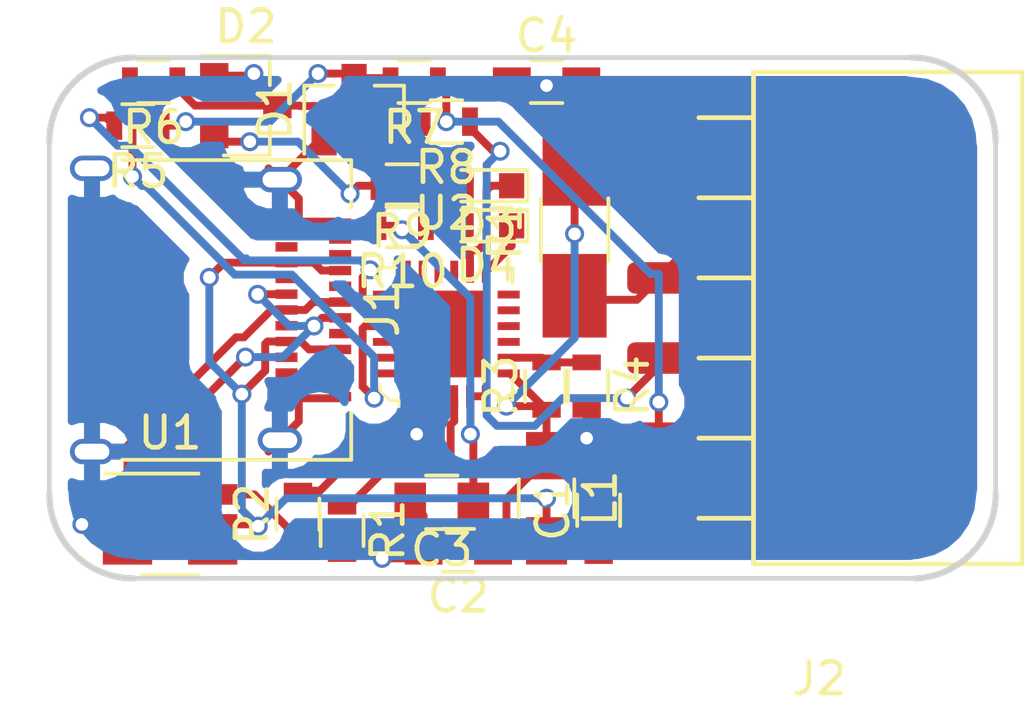
<source format=kicad_pcb>
(kicad_pcb (version 20171130) (host pcbnew 5.0.0-rc2-unknown-228881f~65~ubuntu16.04.1)

  (general
    (thickness 1.6)
    (drawings 8)
    (tracks 258)
    (zones 0)
    (modules 24)
    (nets 50)
  )

  (page A4)
  (layers
    (0 F.Cu signal)
    (31 B.Cu signal)
    (32 B.Adhes user hide)
    (33 F.Adhes user hide)
    (34 B.Paste user hide)
    (35 F.Paste user hide)
    (36 B.SilkS user hide)
    (37 F.SilkS user)
    (38 B.Mask user hide)
    (39 F.Mask user)
    (40 Dwgs.User user hide)
    (41 Cmts.User user hide)
    (42 Eco1.User user hide)
    (43 Eco2.User user hide)
    (44 Edge.Cuts user)
    (45 Margin user hide)
    (46 B.CrtYd user hide)
    (47 F.CrtYd user hide)
    (48 B.Fab user hide)
    (49 F.Fab user hide)
  )

  (setup
    (last_trace_width 0.25)
    (trace_clearance 0.2)
    (zone_clearance 0.508)
    (zone_45_only no)
    (trace_min 0.2)
    (segment_width 0.2)
    (edge_width 0.15)
    (via_size 0.6)
    (via_drill 0.4)
    (via_min_size 0.4)
    (via_min_drill 0.3)
    (uvia_size 0.3)
    (uvia_drill 0.1)
    (uvias_allowed no)
    (uvia_min_size 0.2)
    (uvia_min_drill 0.1)
    (pcb_text_width 0.3)
    (pcb_text_size 1.5 1.5)
    (mod_edge_width 0.15)
    (mod_text_size 1 1)
    (mod_text_width 0.15)
    (pad_size 1.524 1.524)
    (pad_drill 0.762)
    (pad_to_mask_clearance 0.2)
    (aux_axis_origin 0 0)
    (visible_elements FFFFFF0F)
    (pcbplotparams
      (layerselection 0x00030_80000001)
      (usegerberextensions false)
      (usegerberattributes false)
      (usegerberadvancedattributes false)
      (creategerberjobfile false)
      (excludeedgelayer true)
      (linewidth 0.100000)
      (plotframeref false)
      (viasonmask false)
      (mode 1)
      (useauxorigin false)
      (hpglpennumber 1)
      (hpglpenspeed 20)
      (hpglpendiameter 15.000000)
      (psnegative false)
      (psa4output false)
      (plotreference true)
      (plotvalue true)
      (plotinvisibletext false)
      (padsonsilk false)
      (subtractmaskfromsilk false)
      (outputformat 1)
      (mirror false)
      (drillshape 1)
      (scaleselection 1)
      (outputdirectory ""))
  )

  (net 0 "")
  (net 1 GND)
  (net 2 "Net-(J1-PadA2)")
  (net 3 "Net-(J1-PadA3)")
  (net 4 "Net-(J1-PadA5)")
  (net 5 "Net-(J1-PadA6)")
  (net 6 "Net-(J1-PadA7)")
  (net 7 "Net-(J1-PadA10)")
  (net 8 "Net-(J1-PadA8)")
  (net 9 "Net-(J1-PadA11)")
  (net 10 "Net-(J1-PadB2)")
  (net 11 "Net-(J1-PadB3)")
  (net 12 "Net-(J1-PadB5)")
  (net 13 "Net-(J1-PadB8)")
  (net 14 "Net-(J1-PadB10)")
  (net 15 "Net-(J1-PadB11)")
  (net 16 "Net-(U2-Pad1)")
  (net 17 "Net-(U2-Pad9)")
  (net 18 "Net-(U2-Pad10)")
  (net 19 "Net-(U2-Pad11)")
  (net 20 "Net-(U2-Pad12)")
  (net 21 "Net-(U2-Pad15)")
  (net 22 "Net-(U2-Pad16)")
  (net 23 "Net-(U2-Pad17)")
  (net 24 "Net-(U2-Pad18)")
  (net 25 "Net-(U2-Pad19)")
  (net 26 "Net-(U2-Pad22)")
  (net 27 "Net-(U2-Pad23)")
  (net 28 "Net-(U2-Pad24)")
  (net 29 /VBUS)
  (net 30 /REGIN)
  (net 31 "Net-(C3-Pad1)")
  (net 32 /VOUT)
  (net 33 "Net-(J2-Pad6)")
  (net 34 "Net-(J2-Pad5)")
  (net 35 "Net-(J2-Pad4)")
  (net 36 "Net-(J2-Pad2)")
  (net 37 "Net-(R1-Pad1)")
  (net 38 "Net-(R2-Pad1)")
  (net 39 "Net-(R3-Pad2)")
  (net 40 /RX)
  (net 41 "Net-(R5-Pad2)")
  (net 42 "Net-(R6-Pad2)")
  (net 43 /TX)
  (net 44 "Net-(D3-Pad2)")
  (net 45 "Net-(D3-Pad1)")
  (net 46 "Net-(D4-Pad1)")
  (net 47 "Net-(D4-Pad2)")
  (net 48 "Net-(R1-Pad2)")
  (net 49 "Net-(R2-Pad2)")

  (net_class Default "This is the default net class."
    (clearance 0.2)
    (trace_width 0.25)
    (via_dia 0.6)
    (via_drill 0.4)
    (uvia_dia 0.3)
    (uvia_drill 0.1)
    (add_net /REGIN)
    (add_net /RX)
    (add_net /TX)
    (add_net /VBUS)
    (add_net /VOUT)
    (add_net GND)
    (add_net "Net-(C3-Pad1)")
    (add_net "Net-(D3-Pad1)")
    (add_net "Net-(D3-Pad2)")
    (add_net "Net-(D4-Pad1)")
    (add_net "Net-(D4-Pad2)")
    (add_net "Net-(J1-PadA10)")
    (add_net "Net-(J1-PadA11)")
    (add_net "Net-(J1-PadA2)")
    (add_net "Net-(J1-PadA3)")
    (add_net "Net-(J1-PadA5)")
    (add_net "Net-(J1-PadA6)")
    (add_net "Net-(J1-PadA7)")
    (add_net "Net-(J1-PadA8)")
    (add_net "Net-(J1-PadB10)")
    (add_net "Net-(J1-PadB11)")
    (add_net "Net-(J1-PadB2)")
    (add_net "Net-(J1-PadB3)")
    (add_net "Net-(J1-PadB5)")
    (add_net "Net-(J1-PadB8)")
    (add_net "Net-(J2-Pad2)")
    (add_net "Net-(J2-Pad4)")
    (add_net "Net-(J2-Pad5)")
    (add_net "Net-(J2-Pad6)")
    (add_net "Net-(R1-Pad1)")
    (add_net "Net-(R1-Pad2)")
    (add_net "Net-(R2-Pad1)")
    (add_net "Net-(R2-Pad2)")
    (add_net "Net-(R3-Pad2)")
    (add_net "Net-(R5-Pad2)")
    (add_net "Net-(R6-Pad2)")
    (add_net "Net-(U2-Pad1)")
    (add_net "Net-(U2-Pad10)")
    (add_net "Net-(U2-Pad11)")
    (add_net "Net-(U2-Pad12)")
    (add_net "Net-(U2-Pad15)")
    (add_net "Net-(U2-Pad16)")
    (add_net "Net-(U2-Pad17)")
    (add_net "Net-(U2-Pad18)")
    (add_net "Net-(U2-Pad19)")
    (add_net "Net-(U2-Pad22)")
    (add_net "Net-(U2-Pad23)")
    (add_net "Net-(U2-Pad24)")
    (add_net "Net-(U2-Pad9)")
  )

  (module Resistors_SMD:R_0603_HandSoldering (layer F.Cu) (tedit 58E0A804) (tstamp 5B1C56AA)
    (at 130.81 99.822 180)
    (descr "Resistor SMD 0603, hand soldering")
    (tags "resistor 0603")
    (path /5B26EBC4)
    (attr smd)
    (fp_text reference C2 (at 0 -1.45 180) (layer F.SilkS)
      (effects (font (size 1 1) (thickness 0.15)))
    )
    (fp_text value 1u (at 0 1.55 180) (layer F.Fab)
      (effects (font (size 1 1) (thickness 0.15)))
    )
    (fp_text user %R (at 0 0 180) (layer F.Fab)
      (effects (font (size 0.4 0.4) (thickness 0.075)))
    )
    (fp_line (start -0.8 0.4) (end -0.8 -0.4) (layer F.Fab) (width 0.1))
    (fp_line (start 0.8 0.4) (end -0.8 0.4) (layer F.Fab) (width 0.1))
    (fp_line (start 0.8 -0.4) (end 0.8 0.4) (layer F.Fab) (width 0.1))
    (fp_line (start -0.8 -0.4) (end 0.8 -0.4) (layer F.Fab) (width 0.1))
    (fp_line (start 0.5 0.68) (end -0.5 0.68) (layer F.SilkS) (width 0.12))
    (fp_line (start -0.5 -0.68) (end 0.5 -0.68) (layer F.SilkS) (width 0.12))
    (fp_line (start -1.96 -0.7) (end 1.95 -0.7) (layer F.CrtYd) (width 0.05))
    (fp_line (start -1.96 -0.7) (end -1.96 0.7) (layer F.CrtYd) (width 0.05))
    (fp_line (start 1.95 0.7) (end 1.95 -0.7) (layer F.CrtYd) (width 0.05))
    (fp_line (start 1.95 0.7) (end -1.96 0.7) (layer F.CrtYd) (width 0.05))
    (pad 1 smd rect (at -1.1 0 180) (size 1.2 0.9) (layers F.Cu F.Paste F.Mask)
      (net 30 /REGIN))
    (pad 2 smd rect (at 1.1 0 180) (size 1.2 0.9) (layers F.Cu F.Paste F.Mask)
      (net 1 GND))
    (model ${KISYS3DMOD}/Resistors_SMD.3dshapes/R_0603.wrl
      (at (xyz 0 0 0))
      (scale (xyz 1 1 1))
      (rotate (xyz 0 0 0))
    )
  )

  (module Resistors_SMD:R_0603_HandSoldering (layer F.Cu) (tedit 58E0A804) (tstamp 5B1C56CC)
    (at 133.604 84.963)
    (descr "Resistor SMD 0603, hand soldering")
    (tags "resistor 0603")
    (path /5B26ED21)
    (attr smd)
    (fp_text reference C4 (at 0 -1.45) (layer F.SilkS)
      (effects (font (size 1 1) (thickness 0.15)))
    )
    (fp_text value 1u (at 0 1.55) (layer F.Fab)
      (effects (font (size 1 1) (thickness 0.15)))
    )
    (fp_line (start 1.95 0.7) (end -1.96 0.7) (layer F.CrtYd) (width 0.05))
    (fp_line (start 1.95 0.7) (end 1.95 -0.7) (layer F.CrtYd) (width 0.05))
    (fp_line (start -1.96 -0.7) (end -1.96 0.7) (layer F.CrtYd) (width 0.05))
    (fp_line (start -1.96 -0.7) (end 1.95 -0.7) (layer F.CrtYd) (width 0.05))
    (fp_line (start -0.5 -0.68) (end 0.5 -0.68) (layer F.SilkS) (width 0.12))
    (fp_line (start 0.5 0.68) (end -0.5 0.68) (layer F.SilkS) (width 0.12))
    (fp_line (start -0.8 -0.4) (end 0.8 -0.4) (layer F.Fab) (width 0.1))
    (fp_line (start 0.8 -0.4) (end 0.8 0.4) (layer F.Fab) (width 0.1))
    (fp_line (start 0.8 0.4) (end -0.8 0.4) (layer F.Fab) (width 0.1))
    (fp_line (start -0.8 0.4) (end -0.8 -0.4) (layer F.Fab) (width 0.1))
    (fp_text user %R (at 0 0) (layer F.Fab)
      (effects (font (size 0.4 0.4) (thickness 0.075)))
    )
    (pad 2 smd rect (at 1.1 0) (size 1.2 0.9) (layers F.Cu F.Paste F.Mask)
      (net 32 /VOUT))
    (pad 1 smd rect (at -1.1 0) (size 1.2 0.9) (layers F.Cu F.Paste F.Mask)
      (net 1 GND))
    (model ${KISYS3DMOD}/Resistors_SMD.3dshapes/R_0603.wrl
      (at (xyz 0 0 0))
      (scale (xyz 1 1 1))
      (rotate (xyz 0 0 0))
    )
  )

  (module Fuse_Holders_and_Fuses:Fuse_SMD1206_HandSoldering (layer F.Cu) (tedit 0) (tstamp 5B1C56DC)
    (at 134.493 89.662 90)
    (descr "Fuse, Sicherung, SMD1206, Littlefuse-Wickmann 433 Series, Hand Soldering,")
    (tags "Fuse Sicherung SMD1206 Littlefuse-Wickmann 433 Series Hand Soldering ")
    (path /5B26B168)
    (attr smd)
    (fp_text reference F1 (at -0.05 -2.2 90) (layer F.SilkS)
      (effects (font (size 1 1) (thickness 0.15)))
    )
    (fp_text value Polyfuse_Small (at -0.15 2.5 90) (layer F.Fab)
      (effects (font (size 1 1) (thickness 0.15)))
    )
    (fp_line (start 3.35 1.58) (end -3.35 1.58) (layer F.CrtYd) (width 0.05))
    (fp_line (start 3.35 1.58) (end 3.35 -1.58) (layer F.CrtYd) (width 0.05))
    (fp_line (start -3.35 -1.58) (end -3.35 1.58) (layer F.CrtYd) (width 0.05))
    (fp_line (start -3.35 -1.58) (end 3.35 -1.58) (layer F.CrtYd) (width 0.05))
    (fp_line (start -1 -1.07) (end 1 -1.07) (layer F.SilkS) (width 0.12))
    (fp_line (start 1 1.07) (end -1 1.07) (layer F.SilkS) (width 0.12))
    (fp_line (start -1.6 -0.8) (end 1.6 -0.8) (layer F.Fab) (width 0.1))
    (fp_line (start 1.6 -0.8) (end 1.6 0.8) (layer F.Fab) (width 0.1))
    (fp_line (start 1.6 0.8) (end -1.6 0.8) (layer F.Fab) (width 0.1))
    (fp_line (start -1.6 0.8) (end -1.6 -0.8) (layer F.Fab) (width 0.1))
    (pad 2 smd rect (at 2.09 0 180) (size 2.03 2.65) (layers F.Cu F.Paste F.Mask)
      (net 30 /REGIN))
    (pad 1 smd rect (at -2.09 0 180) (size 2.03 2.65) (layers F.Cu F.Paste F.Mask)
      (net 32 /VOUT))
  )

  (module Resistors_SMD:R_0805_HandSoldering (layer F.Cu) (tedit 58E0A804) (tstamp 5B1C5754)
    (at 133.604 98.171 270)
    (descr "Resistor SMD 0805, hand soldering")
    (tags "resistor 0805")
    (path /5B2439A5)
    (attr smd)
    (fp_text reference L1 (at 0 -1.7 270) (layer F.SilkS)
      (effects (font (size 1 1) (thickness 0.15)))
    )
    (fp_text value Ferrite_Bead (at 0 1.75 270) (layer F.Fab)
      (effects (font (size 1 1) (thickness 0.15)))
    )
    (fp_line (start 2.35 0.9) (end -2.35 0.9) (layer F.CrtYd) (width 0.05))
    (fp_line (start 2.35 0.9) (end 2.35 -0.9) (layer F.CrtYd) (width 0.05))
    (fp_line (start -2.35 -0.9) (end -2.35 0.9) (layer F.CrtYd) (width 0.05))
    (fp_line (start -2.35 -0.9) (end 2.35 -0.9) (layer F.CrtYd) (width 0.05))
    (fp_line (start -0.6 -0.88) (end 0.6 -0.88) (layer F.SilkS) (width 0.12))
    (fp_line (start 0.6 0.88) (end -0.6 0.88) (layer F.SilkS) (width 0.12))
    (fp_line (start -1 -0.62) (end 1 -0.62) (layer F.Fab) (width 0.1))
    (fp_line (start 1 -0.62) (end 1 0.62) (layer F.Fab) (width 0.1))
    (fp_line (start 1 0.62) (end -1 0.62) (layer F.Fab) (width 0.1))
    (fp_line (start -1 0.62) (end -1 -0.62) (layer F.Fab) (width 0.1))
    (fp_text user %R (at 0 0 270) (layer F.Fab)
      (effects (font (size 0.5 0.5) (thickness 0.075)))
    )
    (pad 2 smd rect (at 1.35 0 270) (size 1.5 1.3) (layers F.Cu F.Paste F.Mask)
      (net 29 /VBUS))
    (pad 1 smd rect (at -1.35 0 270) (size 1.5 1.3) (layers F.Cu F.Paste F.Mask)
      (net 30 /REGIN))
    (model ${KISYS3DMOD}/Resistors_SMD.3dshapes/R_0805.wrl
      (at (xyz 0 0 0))
      (scale (xyz 1 1 1))
      (rotate (xyz 0 0 0))
    )
  )

  (module Resistors_SMD:R_0603_HandSoldering (layer F.Cu) (tedit 58E0A804) (tstamp 5B1C5A79)
    (at 135.255 98.552 90)
    (descr "Resistor SMD 0603, hand soldering")
    (tags "resistor 0603")
    (path /5B26ECA5)
    (attr smd)
    (fp_text reference C1 (at 0 -1.45 90) (layer F.SilkS)
      (effects (font (size 1 1) (thickness 0.15)))
    )
    (fp_text value 1u (at 0 1.55 90) (layer F.Fab)
      (effects (font (size 1 1) (thickness 0.15)))
    )
    (fp_line (start 1.95 0.7) (end -1.96 0.7) (layer F.CrtYd) (width 0.05))
    (fp_line (start 1.95 0.7) (end 1.95 -0.7) (layer F.CrtYd) (width 0.05))
    (fp_line (start -1.96 -0.7) (end -1.96 0.7) (layer F.CrtYd) (width 0.05))
    (fp_line (start -1.96 -0.7) (end 1.95 -0.7) (layer F.CrtYd) (width 0.05))
    (fp_line (start -0.5 -0.68) (end 0.5 -0.68) (layer F.SilkS) (width 0.12))
    (fp_line (start 0.5 0.68) (end -0.5 0.68) (layer F.SilkS) (width 0.12))
    (fp_line (start -0.8 -0.4) (end 0.8 -0.4) (layer F.Fab) (width 0.1))
    (fp_line (start 0.8 -0.4) (end 0.8 0.4) (layer F.Fab) (width 0.1))
    (fp_line (start 0.8 0.4) (end -0.8 0.4) (layer F.Fab) (width 0.1))
    (fp_line (start -0.8 0.4) (end -0.8 -0.4) (layer F.Fab) (width 0.1))
    (fp_text user %R (at 0 0 90) (layer F.Fab)
      (effects (font (size 0.4 0.4) (thickness 0.075)))
    )
    (pad 2 smd rect (at 1.1 0 90) (size 1.2 0.9) (layers F.Cu F.Paste F.Mask)
      (net 1 GND))
    (pad 1 smd rect (at -1.1 0 90) (size 1.2 0.9) (layers F.Cu F.Paste F.Mask)
      (net 29 /VBUS))
    (model ${KISYS3DMOD}/Resistors_SMD.3dshapes/R_0603.wrl
      (at (xyz 0 0 0))
      (scale (xyz 1 1 1))
      (rotate (xyz 0 0 0))
    )
  )

  (module TO_SOT_Packages_SMD:SOT-23 (layer F.Cu) (tedit 58CE4E7E) (tstamp 5B1C5B06)
    (at 127.508 85.852 90)
    (descr "SOT-23, Standard")
    (tags SOT-23)
    (path /5B1CE8A6)
    (attr smd)
    (fp_text reference D1 (at 0 -2.5 90) (layer F.SilkS)
      (effects (font (size 1 1) (thickness 0.15)))
    )
    (fp_text value BAT54S (at 0 2.5 90) (layer F.Fab)
      (effects (font (size 1 1) (thickness 0.15)))
    )
    (fp_text user %R (at 0 0 180) (layer F.Fab)
      (effects (font (size 0.5 0.5) (thickness 0.075)))
    )
    (fp_line (start -0.7 -0.95) (end -0.7 1.5) (layer F.Fab) (width 0.1))
    (fp_line (start -0.15 -1.52) (end 0.7 -1.52) (layer F.Fab) (width 0.1))
    (fp_line (start -0.7 -0.95) (end -0.15 -1.52) (layer F.Fab) (width 0.1))
    (fp_line (start 0.7 -1.52) (end 0.7 1.52) (layer F.Fab) (width 0.1))
    (fp_line (start -0.7 1.52) (end 0.7 1.52) (layer F.Fab) (width 0.1))
    (fp_line (start 0.76 1.58) (end 0.76 0.65) (layer F.SilkS) (width 0.12))
    (fp_line (start 0.76 -1.58) (end 0.76 -0.65) (layer F.SilkS) (width 0.12))
    (fp_line (start -1.7 -1.75) (end 1.7 -1.75) (layer F.CrtYd) (width 0.05))
    (fp_line (start 1.7 -1.75) (end 1.7 1.75) (layer F.CrtYd) (width 0.05))
    (fp_line (start 1.7 1.75) (end -1.7 1.75) (layer F.CrtYd) (width 0.05))
    (fp_line (start -1.7 1.75) (end -1.7 -1.75) (layer F.CrtYd) (width 0.05))
    (fp_line (start 0.76 -1.58) (end -1.4 -1.58) (layer F.SilkS) (width 0.12))
    (fp_line (start 0.76 1.58) (end -0.7 1.58) (layer F.SilkS) (width 0.12))
    (pad 1 smd rect (at -1 -0.95 90) (size 0.9 0.8) (layers F.Cu F.Paste F.Mask)
      (net 1 GND))
    (pad 2 smd rect (at -1 0.95 90) (size 0.9 0.8) (layers F.Cu F.Paste F.Mask)
      (net 31 "Net-(C3-Pad1)"))
    (pad 3 smd rect (at 1 0 90) (size 0.9 0.8) (layers F.Cu F.Paste F.Mask)
      (net 40 /RX))
    (model ${KISYS3DMOD}/TO_SOT_Packages_SMD.3dshapes/SOT-23.wrl
      (at (xyz 0 0 0))
      (scale (xyz 1 1 1))
      (rotate (xyz 0 0 0))
    )
  )

  (module TO_SOT_Packages_SMD:SOT-23 (layer F.Cu) (tedit 58CE4E7E) (tstamp 5B1C5B1B)
    (at 124.079 85.725)
    (descr "SOT-23, Standard")
    (tags SOT-23)
    (path /5B1CF4CA)
    (attr smd)
    (fp_text reference D2 (at 0 -2.5) (layer F.SilkS)
      (effects (font (size 1 1) (thickness 0.15)))
    )
    (fp_text value BAT54S (at 0 2.5) (layer F.Fab)
      (effects (font (size 1 1) (thickness 0.15)))
    )
    (fp_line (start 0.76 1.58) (end -0.7 1.58) (layer F.SilkS) (width 0.12))
    (fp_line (start 0.76 -1.58) (end -1.4 -1.58) (layer F.SilkS) (width 0.12))
    (fp_line (start -1.7 1.75) (end -1.7 -1.75) (layer F.CrtYd) (width 0.05))
    (fp_line (start 1.7 1.75) (end -1.7 1.75) (layer F.CrtYd) (width 0.05))
    (fp_line (start 1.7 -1.75) (end 1.7 1.75) (layer F.CrtYd) (width 0.05))
    (fp_line (start -1.7 -1.75) (end 1.7 -1.75) (layer F.CrtYd) (width 0.05))
    (fp_line (start 0.76 -1.58) (end 0.76 -0.65) (layer F.SilkS) (width 0.12))
    (fp_line (start 0.76 1.58) (end 0.76 0.65) (layer F.SilkS) (width 0.12))
    (fp_line (start -0.7 1.52) (end 0.7 1.52) (layer F.Fab) (width 0.1))
    (fp_line (start 0.7 -1.52) (end 0.7 1.52) (layer F.Fab) (width 0.1))
    (fp_line (start -0.7 -0.95) (end -0.15 -1.52) (layer F.Fab) (width 0.1))
    (fp_line (start -0.15 -1.52) (end 0.7 -1.52) (layer F.Fab) (width 0.1))
    (fp_line (start -0.7 -0.95) (end -0.7 1.5) (layer F.Fab) (width 0.1))
    (fp_text user %R (at 0 0 90) (layer F.Fab)
      (effects (font (size 0.5 0.5) (thickness 0.075)))
    )
    (pad 3 smd rect (at 1 0) (size 0.9 0.8) (layers F.Cu F.Paste F.Mask)
      (net 43 /TX))
    (pad 2 smd rect (at -1 0.95) (size 0.9 0.8) (layers F.Cu F.Paste F.Mask)
      (net 31 "Net-(C3-Pad1)"))
    (pad 1 smd rect (at -1 -0.95) (size 0.9 0.8) (layers F.Cu F.Paste F.Mask)
      (net 1 GND))
    (model ${KISYS3DMOD}/TO_SOT_Packages_SMD.3dshapes/SOT-23.wrl
      (at (xyz 0 0 0))
      (scale (xyz 1 1 1))
      (rotate (xyz 0 0 0))
    )
  )

  (module digikey-footprints:USB_C_Receptacle_Amphenol_12401610E4-2A (layer F.Cu) (tedit 5A142044) (tstamp 5B1CE605)
    (at 122.047 92.202 270)
    (descr "USB TYPE C, RA RCPT PCB, SMT, https://www.amphenolcanada.com/StockAvailabilityPrice.aspx?From=&PartNum=12401610E4%7e2A")
    (tags "USB C Type-C Receptacle SMD")
    (path /5B16D0DC)
    (attr smd)
    (fp_text reference J1 (at 0 -6.36 270) (layer F.SilkS)
      (effects (font (size 1 1) (thickness 0.15)))
    )
    (fp_text value Connector:USB_C_Receptacle (at 0 6.14 270) (layer F.Fab)
      (effects (font (size 1 1) (thickness 0.15)))
    )
    (fp_text user %R (at 0 0 270) (layer F.Fab)
      (effects (font (size 1 1) (thickness 0.1)))
    )
    (fp_line (start -5.39 5.73) (end -5.39 -5.87) (layer F.CrtYd) (width 0.05))
    (fp_line (start 5.39 5.73) (end -5.39 5.73) (layer F.CrtYd) (width 0.05))
    (fp_line (start 5.39 -5.87) (end 5.39 5.73) (layer F.CrtYd) (width 0.05))
    (fp_line (start -5.39 -5.87) (end 5.39 -5.87) (layer F.CrtYd) (width 0.05))
    (fp_line (start 4.6 5.23) (end 4.6 -5.22) (layer F.Fab) (width 0.1))
    (fp_line (start -4.6 5.23) (end 4.6 5.23) (layer F.Fab) (width 0.1))
    (fp_line (start 3.25 -5.37) (end 4.75 -5.37) (layer F.SilkS) (width 0.12))
    (fp_line (start 4.75 -5.37) (end 4.75 1.89) (layer F.SilkS) (width 0.12))
    (fp_line (start -4.75 -5.37) (end -4.75 1.89) (layer F.SilkS) (width 0.12))
    (fp_line (start -4.75 -5.37) (end -3.25 -5.37) (layer F.SilkS) (width 0.12))
    (fp_line (start -4.6 -5.22) (end 4.6 -5.22) (layer F.Fab) (width 0.1))
    (fp_line (start -4.6 5.23) (end -4.6 -5.22) (layer F.Fab) (width 0.1))
    (pad S1 thru_hole oval (at -4.13 -3.11 270) (size 0.8 1.4) (drill oval 0.5 1.1) (layers *.Cu *.Mask)
      (net 1 GND))
    (pad A1 smd rect (at -2.75 -5.02 270) (size 0.3 0.7) (layers F.Cu F.Paste F.Mask)
      (net 1 GND))
    (pad A2 smd rect (at -2.25 -5.02 270) (size 0.3 0.7) (layers F.Cu F.Paste F.Mask)
      (net 2 "Net-(J1-PadA2)"))
    (pad A3 smd rect (at -1.75 -5.02 270) (size 0.3 0.7) (layers F.Cu F.Paste F.Mask)
      (net 3 "Net-(J1-PadA3)"))
    (pad A4 smd rect (at -1.25 -5.02 270) (size 0.3 0.7) (layers F.Cu F.Paste F.Mask)
      (net 29 /VBUS))
    (pad A5 smd rect (at -0.75 -5.02 270) (size 0.3 0.7) (layers F.Cu F.Paste F.Mask)
      (net 4 "Net-(J1-PadA5)"))
    (pad A6 smd rect (at -0.25 -5.02 270) (size 0.3 0.7) (layers F.Cu F.Paste F.Mask)
      (net 5 "Net-(J1-PadA6)"))
    (pad A7 smd rect (at 0.25 -5.02 270) (size 0.3 0.7) (layers F.Cu F.Paste F.Mask)
      (net 6 "Net-(J1-PadA7)"))
    (pad A12 smd rect (at 2.75 -5.02 270) (size 0.3 0.7) (layers F.Cu F.Paste F.Mask)
      (net 1 GND))
    (pad A10 smd rect (at 1.75 -5.02 270) (size 0.3 0.7) (layers F.Cu F.Paste F.Mask)
      (net 7 "Net-(J1-PadA10)"))
    (pad A9 smd rect (at 1.25 -5.02 270) (size 0.3 0.7) (layers F.Cu F.Paste F.Mask)
      (net 29 /VBUS))
    (pad A8 smd rect (at 0.75 -5.02 270) (size 0.3 0.7) (layers F.Cu F.Paste F.Mask)
      (net 8 "Net-(J1-PadA8)"))
    (pad A11 smd rect (at 2.25 -5.02 270) (size 0.3 0.7) (layers F.Cu F.Paste F.Mask)
      (net 9 "Net-(J1-PadA11)"))
    (pad B1 smd rect (at 2.5 -3.32 270) (size 0.3 0.7) (layers F.Cu F.Paste F.Mask)
      (net 1 GND))
    (pad S1 thru_hole oval (at 4.13 -3.11 270) (size 0.8 1.4) (drill oval 0.5 1.1) (layers *.Cu *.Mask)
      (net 1 GND))
    (pad S1 thru_hole oval (at 4.49 2.84 270) (size 0.8 1.4) (drill oval 0.5 1.1) (layers *.Cu *.Mask)
      (net 1 GND))
    (pad S1 thru_hole oval (at -4.49 2.84 270) (size 0.8 1.4) (drill oval 0.5 1.1) (layers *.Cu *.Mask)
      (net 1 GND))
    (pad "" np_thru_hole oval (at 3.6 -4.36 270) (size 0.95 0.65) (drill oval 0.95 0.65) (layers *.Cu *.Mask))
    (pad "" np_thru_hole circle (at -3.6 -4.36 270) (size 0.65 0.65) (drill 0.65) (layers *.Cu *.Mask))
    (pad B2 smd rect (at 2 -3.32 270) (size 0.3 0.7) (layers F.Cu F.Paste F.Mask)
      (net 10 "Net-(J1-PadB2)"))
    (pad B3 smd rect (at 1.5 -3.32 270) (size 0.3 0.7) (layers F.Cu F.Paste F.Mask)
      (net 11 "Net-(J1-PadB3)"))
    (pad B4 smd rect (at 1 -3.32 270) (size 0.3 0.7) (layers F.Cu F.Paste F.Mask)
      (net 29 /VBUS))
    (pad B5 smd rect (at 0.5 -3.32 270) (size 0.3 0.7) (layers F.Cu F.Paste F.Mask)
      (net 12 "Net-(J1-PadB5)"))
    (pad B6 smd rect (at 0 -3.32 270) (size 0.3 0.7) (layers F.Cu F.Paste F.Mask)
      (net 5 "Net-(J1-PadA6)"))
    (pad B7 smd rect (at -0.5 -3.32 270) (size 0.3 0.7) (layers F.Cu F.Paste F.Mask)
      (net 6 "Net-(J1-PadA7)"))
    (pad B8 smd rect (at -1 -3.32 270) (size 0.3 0.7) (layers F.Cu F.Paste F.Mask)
      (net 13 "Net-(J1-PadB8)"))
    (pad B9 smd rect (at -1.5 -3.32 270) (size 0.3 0.7) (layers F.Cu F.Paste F.Mask)
      (net 29 /VBUS))
    (pad B10 smd rect (at -2 -3.32 270) (size 0.3 0.7) (layers F.Cu F.Paste F.Mask)
      (net 14 "Net-(J1-PadB10)"))
    (pad B11 smd rect (at -2.5 -3.32 270) (size 0.3 0.7) (layers F.Cu F.Paste F.Mask)
      (net 15 "Net-(J1-PadB11)"))
    (pad B12 smd rect (at -3 -3.32 270) (size 0.3 0.7) (layers F.Cu F.Paste F.Mask)
      (net 1 GND))
    (model ${KISYS3DMOD}/Connector_USB.3dshapes/USB_C_Receptacle_Amphenol_12401610E4-2A.wrl
      (at (xyz 0 0 0))
      (scale (xyz 1 1 1))
      (rotate (xyz 0 0 0))
    )
  )

  (module TO_SOT_Packages_SMD:SOT-23-6_Handsoldering (layer F.Cu) (tedit 58CE4E7E) (tstamp 5B1CF191)
    (at 121.68 98.999)
    (descr "6-pin SOT-23 package, Handsoldering")
    (tags "SOT-23-6 Handsoldering")
    (path /5B2A136C)
    (attr smd)
    (fp_text reference U1 (at 0 -2.9) (layer F.SilkS)
      (effects (font (size 1 1) (thickness 0.15)))
    )
    (fp_text value USBLC6-2SC6 (at 0 2.9) (layer F.Fab)
      (effects (font (size 1 1) (thickness 0.15)))
    )
    (fp_line (start 0.9 -1.55) (end 0.9 1.55) (layer F.Fab) (width 0.1))
    (fp_line (start 0.9 1.55) (end -0.9 1.55) (layer F.Fab) (width 0.1))
    (fp_line (start -0.9 -0.9) (end -0.9 1.55) (layer F.Fab) (width 0.1))
    (fp_line (start 0.9 -1.55) (end -0.25 -1.55) (layer F.Fab) (width 0.1))
    (fp_line (start -0.9 -0.9) (end -0.25 -1.55) (layer F.Fab) (width 0.1))
    (fp_line (start -2.4 -1.8) (end 2.4 -1.8) (layer F.CrtYd) (width 0.05))
    (fp_line (start 2.4 -1.8) (end 2.4 1.8) (layer F.CrtYd) (width 0.05))
    (fp_line (start 2.4 1.8) (end -2.4 1.8) (layer F.CrtYd) (width 0.05))
    (fp_line (start -2.4 1.8) (end -2.4 -1.8) (layer F.CrtYd) (width 0.05))
    (fp_line (start 0.9 -1.61) (end -2.05 -1.61) (layer F.SilkS) (width 0.12))
    (fp_line (start -0.9 1.61) (end 0.9 1.61) (layer F.SilkS) (width 0.12))
    (fp_text user %R (at 0 0 90) (layer F.Fab)
      (effects (font (size 0.5 0.5) (thickness 0.075)))
    )
    (pad 5 smd rect (at 1.35 0) (size 1.56 0.65) (layers F.Cu F.Paste F.Mask)
      (net 29 /VBUS))
    (pad 6 smd rect (at 1.35 -0.95) (size 1.56 0.65) (layers F.Cu F.Paste F.Mask)
      (net 38 "Net-(R2-Pad1)"))
    (pad 4 smd rect (at 1.35 0.95) (size 1.56 0.65) (layers F.Cu F.Paste F.Mask)
      (net 48 "Net-(R1-Pad2)"))
    (pad 3 smd rect (at -1.35 0.95) (size 1.56 0.65) (layers F.Cu F.Paste F.Mask)
      (net 6 "Net-(J1-PadA7)"))
    (pad 2 smd rect (at -1.35 0) (size 1.56 0.65) (layers F.Cu F.Paste F.Mask)
      (net 1 GND))
    (pad 1 smd rect (at -1.35 -0.95) (size 1.56 0.65) (layers F.Cu F.Paste F.Mask)
      (net 5 "Net-(J1-PadA6)"))
    (model ${KISYS3DMOD}/TO_SOT_Packages_SMD.3dshapes/SOT-23-6.wrl
      (at (xyz 0 0 0))
      (scale (xyz 1 1 1))
      (rotate (xyz 0 0 0))
    )
  )

  (module digikey-footprints:WQFN-24-1EP_4x4mm (layer F.Cu) (tedit 597B633A) (tstamp 5B1DC003)
    (at 130.429 92.964)
    (path /5B16D111)
    (fp_text reference U2 (at 0 -3.83) (layer F.SilkS)
      (effects (font (size 1 1) (thickness 0.15)))
    )
    (fp_text value Interface_USB:CP2102N-A01-GQFN24 (at 0 3.97) (layer F.Fab)
      (effects (font (size 1 1) (thickness 0.15)))
    )
    (fp_line (start -2.58 2.58) (end 2.58 2.58) (layer F.CrtYd) (width 0.05))
    (fp_line (start -2.58 -2.58) (end 2.58 -2.58) (layer F.CrtYd) (width 0.05))
    (fp_line (start 2.58 -2.58) (end 2.58 2.58) (layer F.CrtYd) (width 0.05))
    (fp_line (start -2.58 -2.58) (end -2.58 2.58) (layer F.CrtYd) (width 0.05))
    (fp_line (start 2.1 2.1) (end 1.6 2.1) (layer F.SilkS) (width 0.1))
    (fp_line (start 2.1 2.1) (end 2.1 1.6) (layer F.SilkS) (width 0.1))
    (fp_line (start -1.6 2.1) (end -1.5 2.1) (layer F.SilkS) (width 0.1))
    (fp_line (start -1.5 2.1) (end -1.5 2.3) (layer F.SilkS) (width 0.1))
    (fp_line (start -2.1 1.6) (end -2.1 1.8) (layer F.SilkS) (width 0.1))
    (fp_line (start -2.1 1.8) (end -1.8 2.1) (layer F.SilkS) (width 0.1))
    (fp_line (start -1.8 2.1) (end -1.6 2.1) (layer F.SilkS) (width 0.1))
    (fp_line (start -2 1.7) (end -2 -2) (layer F.Fab) (width 0.1))
    (fp_line (start -1.7 2) (end 2 2) (layer F.Fab) (width 0.1))
    (fp_line (start -2 1.7) (end -1.7 2) (layer F.Fab) (width 0.1))
    (fp_line (start -1.6 -2.1) (end -2.1 -2.1) (layer F.SilkS) (width 0.1))
    (fp_line (start -2.1 -2.1) (end -2.1 -1.6) (layer F.SilkS) (width 0.1))
    (fp_line (start 1.6 -2.1) (end 2.1 -2.1) (layer F.SilkS) (width 0.1))
    (fp_line (start 2.1 -2.1) (end 2.1 -1.6) (layer F.SilkS) (width 0.1))
    (fp_text user %R (at 0 0) (layer F.Fab)
      (effects (font (size 0.5 0.5) (thickness 0.05)))
    )
    (fp_line (start -2 -2) (end 2 -2) (layer F.Fab) (width 0.1))
    (fp_line (start 2 -2) (end 2 2) (layer F.Fab) (width 0.1))
    (pad 19 smd rect (at -1.975 -1.25) (size 0.7 0.25) (layers F.Cu F.Paste F.Mask)
      (net 25 "Net-(U2-Pad19)") (solder_mask_margin 0.06))
    (pad 13 smd rect (at 1.25 -1.975) (size 0.25 0.7) (layers F.Cu F.Paste F.Mask)
      (net 46 "Net-(D4-Pad1)") (solder_mask_margin 0.06))
    (pad 7 smd rect (at 1.975 1.25) (size 0.7 0.25) (layers F.Cu F.Paste F.Mask)
      (net 30 /REGIN) (solder_mask_margin 0.06))
    (pad 1 smd rect (at -1.25 1.975) (size 0.25 0.7) (layers F.Cu F.Paste F.Mask)
      (net 16 "Net-(U2-Pad1)") (solder_mask_margin 0.06))
    (pad 2 smd rect (at -0.75 1.975) (size 0.25 0.7) (layers F.Cu F.Paste F.Mask)
      (net 1 GND) (solder_mask_margin 0.06))
    (pad 3 smd rect (at -0.25 1.975) (size 0.25 0.7) (layers F.Cu F.Paste F.Mask)
      (net 49 "Net-(R2-Pad2)") (solder_mask_margin 0.06))
    (pad 4 smd rect (at 0.25 1.975) (size 0.25 0.7) (layers F.Cu F.Paste F.Mask)
      (net 37 "Net-(R1-Pad1)") (solder_mask_margin 0.06))
    (pad 5 smd rect (at 0.75 1.975) (size 0.25 0.7) (layers F.Cu F.Paste F.Mask)
      (net 31 "Net-(C3-Pad1)") (solder_mask_margin 0.06))
    (pad 6 smd rect (at 1.25 1.975) (size 0.25 0.7) (layers F.Cu F.Paste F.Mask)
      (net 31 "Net-(C3-Pad1)") (solder_mask_margin 0.06))
    (pad 8 smd rect (at 1.975 0.75) (size 0.7 0.25) (layers F.Cu F.Paste F.Mask)
      (net 39 "Net-(R3-Pad2)") (solder_mask_margin 0.06))
    (pad 9 smd rect (at 1.975 0.25) (size 0.7 0.25) (layers F.Cu F.Paste F.Mask)
      (net 17 "Net-(U2-Pad9)") (solder_mask_margin 0.06))
    (pad 10 smd rect (at 1.975 -0.25) (size 0.7 0.25) (layers F.Cu F.Paste F.Mask)
      (net 18 "Net-(U2-Pad10)") (solder_mask_margin 0.06))
    (pad 11 smd rect (at 1.975 -0.75) (size 0.7 0.25) (layers F.Cu F.Paste F.Mask)
      (net 19 "Net-(U2-Pad11)") (solder_mask_margin 0.06))
    (pad 12 smd rect (at 1.975 -1.25) (size 0.7 0.25) (layers F.Cu F.Paste F.Mask)
      (net 20 "Net-(U2-Pad12)") (solder_mask_margin 0.06))
    (pad 14 smd rect (at 0.75 -1.975) (size 0.25 0.7) (layers F.Cu F.Paste F.Mask)
      (net 45 "Net-(D3-Pad1)") (solder_mask_margin 0.06))
    (pad 15 smd rect (at 0.25 -1.975) (size 0.25 0.7) (layers F.Cu F.Paste F.Mask)
      (net 21 "Net-(U2-Pad15)") (solder_mask_margin 0.06))
    (pad 16 smd rect (at -0.25 -1.975) (size 0.25 0.7) (layers F.Cu F.Paste F.Mask)
      (net 22 "Net-(U2-Pad16)") (solder_mask_margin 0.06))
    (pad 17 smd rect (at -0.75 -1.975) (size 0.25 0.7) (layers F.Cu F.Paste F.Mask)
      (net 23 "Net-(U2-Pad17)") (solder_mask_margin 0.06))
    (pad 18 smd rect (at -1.25 -1.975) (size 0.25 0.7) (layers F.Cu F.Paste F.Mask)
      (net 24 "Net-(U2-Pad18)") (solder_mask_margin 0.06))
    (pad 20 smd rect (at -1.975 -0.75) (size 0.7 0.25) (layers F.Cu F.Paste F.Mask)
      (net 41 "Net-(R5-Pad2)") (solder_mask_margin 0.06))
    (pad 21 smd rect (at -1.975 -0.25) (size 0.7 0.25) (layers F.Cu F.Paste F.Mask)
      (net 42 "Net-(R6-Pad2)") (solder_mask_margin 0.06))
    (pad 22 smd rect (at -1.975 0.25) (size 0.7 0.25) (layers F.Cu F.Paste F.Mask)
      (net 26 "Net-(U2-Pad22)") (solder_mask_margin 0.06))
    (pad 23 smd rect (at -1.975 0.75) (size 0.7 0.25) (layers F.Cu F.Paste F.Mask)
      (net 27 "Net-(U2-Pad23)") (solder_mask_margin 0.06))
    (pad 24 smd rect (at -1.975 1.25) (size 0.7 0.25) (layers F.Cu F.Paste F.Mask)
      (net 28 "Net-(U2-Pad24)") (solder_mask_margin 0.06))
    (pad 25 smd rect (at 0 0) (size 2.75 2.75) (layers F.Cu F.Paste F.Mask)
      (net 1 GND))
  )

  (module Resistors_SMD:R_0603 (layer F.Cu) (tedit 58E0A804) (tstamp 5B1D5EFE)
    (at 133.604 94.615 90)
    (descr "Resistor SMD 0603, reflow soldering, Vishay (see dcrcw.pdf)")
    (tags "resistor 0603")
    (path /5B21EF1F)
    (attr smd)
    (fp_text reference R3 (at 0 -1.45 90) (layer F.SilkS)
      (effects (font (size 1 1) (thickness 0.15)))
    )
    (fp_text value 22k (at 0 1.5 90) (layer F.Fab)
      (effects (font (size 1 1) (thickness 0.15)))
    )
    (fp_text user %R (at 0 0 90) (layer F.Fab)
      (effects (font (size 0.4 0.4) (thickness 0.075)))
    )
    (fp_line (start -0.8 0.4) (end -0.8 -0.4) (layer F.Fab) (width 0.1))
    (fp_line (start 0.8 0.4) (end -0.8 0.4) (layer F.Fab) (width 0.1))
    (fp_line (start 0.8 -0.4) (end 0.8 0.4) (layer F.Fab) (width 0.1))
    (fp_line (start -0.8 -0.4) (end 0.8 -0.4) (layer F.Fab) (width 0.1))
    (fp_line (start 0.5 0.68) (end -0.5 0.68) (layer F.SilkS) (width 0.12))
    (fp_line (start -0.5 -0.68) (end 0.5 -0.68) (layer F.SilkS) (width 0.12))
    (fp_line (start -1.25 -0.7) (end 1.25 -0.7) (layer F.CrtYd) (width 0.05))
    (fp_line (start -1.25 -0.7) (end -1.25 0.7) (layer F.CrtYd) (width 0.05))
    (fp_line (start 1.25 0.7) (end 1.25 -0.7) (layer F.CrtYd) (width 0.05))
    (fp_line (start 1.25 0.7) (end -1.25 0.7) (layer F.CrtYd) (width 0.05))
    (pad 1 smd rect (at -0.75 0 90) (size 0.5 0.9) (layers F.Cu F.Paste F.Mask)
      (net 30 /REGIN))
    (pad 2 smd rect (at 0.75 0 90) (size 0.5 0.9) (layers F.Cu F.Paste F.Mask)
      (net 39 "Net-(R3-Pad2)"))
    (model ${KISYS3DMOD}/Resistors_SMD.3dshapes/R_0603.wrl
      (at (xyz 0 0 0))
      (scale (xyz 1 1 1))
      (rotate (xyz 0 0 0))
    )
  )

  (module Resistors_SMD:R_0603 (layer F.Cu) (tedit 58E0A804) (tstamp 5B1D5F0E)
    (at 134.874 94.615 270)
    (descr "Resistor SMD 0603, reflow soldering, Vishay (see dcrcw.pdf)")
    (tags "resistor 0603")
    (path /5B2195BF)
    (attr smd)
    (fp_text reference R4 (at 0 -1.45 270) (layer F.SilkS)
      (effects (font (size 1 1) (thickness 0.15)))
    )
    (fp_text value 47k (at 0 1.5 270) (layer F.Fab)
      (effects (font (size 1 1) (thickness 0.15)))
    )
    (fp_line (start 1.25 0.7) (end -1.25 0.7) (layer F.CrtYd) (width 0.05))
    (fp_line (start 1.25 0.7) (end 1.25 -0.7) (layer F.CrtYd) (width 0.05))
    (fp_line (start -1.25 -0.7) (end -1.25 0.7) (layer F.CrtYd) (width 0.05))
    (fp_line (start -1.25 -0.7) (end 1.25 -0.7) (layer F.CrtYd) (width 0.05))
    (fp_line (start -0.5 -0.68) (end 0.5 -0.68) (layer F.SilkS) (width 0.12))
    (fp_line (start 0.5 0.68) (end -0.5 0.68) (layer F.SilkS) (width 0.12))
    (fp_line (start -0.8 -0.4) (end 0.8 -0.4) (layer F.Fab) (width 0.1))
    (fp_line (start 0.8 -0.4) (end 0.8 0.4) (layer F.Fab) (width 0.1))
    (fp_line (start 0.8 0.4) (end -0.8 0.4) (layer F.Fab) (width 0.1))
    (fp_line (start -0.8 0.4) (end -0.8 -0.4) (layer F.Fab) (width 0.1))
    (fp_text user %R (at 0 0 270) (layer F.Fab)
      (effects (font (size 0.4 0.4) (thickness 0.075)))
    )
    (pad 2 smd rect (at 0.75 0 270) (size 0.5 0.9) (layers F.Cu F.Paste F.Mask)
      (net 1 GND))
    (pad 1 smd rect (at -0.75 0 270) (size 0.5 0.9) (layers F.Cu F.Paste F.Mask)
      (net 39 "Net-(R3-Pad2)"))
    (model ${KISYS3DMOD}/Resistors_SMD.3dshapes/R_0603.wrl
      (at (xyz 0 0 0))
      (scale (xyz 1 1 1))
      (rotate (xyz 0 0 0))
    )
  )

  (module LEDs:LED_0603 (layer F.Cu) (tedit 57FE93A5) (tstamp 5B1D609C)
    (at 131.699 89.535 180)
    (descr "LED 0603 smd package")
    (tags "LED led 0603 SMD smd SMT smt smdled SMDLED smtled SMTLED")
    (path /5B28A7B5)
    (attr smd)
    (fp_text reference D4 (at 0 -1.25 180) (layer F.SilkS)
      (effects (font (size 1 1) (thickness 0.15)))
    )
    (fp_text value LED (at 0 1.35 180) (layer F.Fab)
      (effects (font (size 1 1) (thickness 0.15)))
    )
    (fp_line (start -1.45 -0.65) (end 1.45 -0.65) (layer F.CrtYd) (width 0.05))
    (fp_line (start -1.45 0.65) (end -1.45 -0.65) (layer F.CrtYd) (width 0.05))
    (fp_line (start 1.45 0.65) (end -1.45 0.65) (layer F.CrtYd) (width 0.05))
    (fp_line (start 1.45 -0.65) (end 1.45 0.65) (layer F.CrtYd) (width 0.05))
    (fp_line (start -1.3 -0.5) (end 0.8 -0.5) (layer F.SilkS) (width 0.12))
    (fp_line (start -1.3 0.5) (end 0.8 0.5) (layer F.SilkS) (width 0.12))
    (fp_line (start -0.8 0.4) (end -0.8 -0.4) (layer F.Fab) (width 0.1))
    (fp_line (start -0.8 -0.4) (end 0.8 -0.4) (layer F.Fab) (width 0.1))
    (fp_line (start 0.8 -0.4) (end 0.8 0.4) (layer F.Fab) (width 0.1))
    (fp_line (start 0.8 0.4) (end -0.8 0.4) (layer F.Fab) (width 0.1))
    (fp_line (start 0.15 -0.2) (end 0.15 0.2) (layer F.Fab) (width 0.1))
    (fp_line (start 0.15 0.2) (end -0.15 0) (layer F.Fab) (width 0.1))
    (fp_line (start -0.15 0) (end 0.15 -0.2) (layer F.Fab) (width 0.1))
    (fp_line (start -0.2 -0.2) (end -0.2 0.2) (layer F.Fab) (width 0.1))
    (fp_line (start -1.3 -0.5) (end -1.3 0.5) (layer F.SilkS) (width 0.12))
    (pad 1 smd rect (at -0.8 0) (size 0.8 0.8) (layers F.Cu F.Paste F.Mask)
      (net 46 "Net-(D4-Pad1)"))
    (pad 2 smd rect (at 0.8 0) (size 0.8 0.8) (layers F.Cu F.Paste F.Mask)
      (net 47 "Net-(D4-Pad2)"))
    (model ${KISYS3DMOD}/LEDs.3dshapes/LED_0603.wrl
      (at (xyz 0 0 0))
      (scale (xyz 1 1 1))
      (rotate (xyz 0 0 180))
    )
  )

  (module Resistors_SMD:R_0603 (layer F.Cu) (tedit 58E0A804) (tstamp 5B1D60B0)
    (at 127.127 99.187 270)
    (descr "Resistor SMD 0603, reflow soldering, Vishay (see dcrcw.pdf)")
    (tags "resistor 0603")
    (path /5B1C94F0)
    (attr smd)
    (fp_text reference R1 (at 0 -1.45 270) (layer F.SilkS)
      (effects (font (size 1 1) (thickness 0.15)))
    )
    (fp_text value 22 (at 0 1.5 270) (layer F.Fab)
      (effects (font (size 1 1) (thickness 0.15)))
    )
    (fp_text user %R (at 0 0 270) (layer F.Fab)
      (effects (font (size 0.4 0.4) (thickness 0.075)))
    )
    (fp_line (start -0.8 0.4) (end -0.8 -0.4) (layer F.Fab) (width 0.1))
    (fp_line (start 0.8 0.4) (end -0.8 0.4) (layer F.Fab) (width 0.1))
    (fp_line (start 0.8 -0.4) (end 0.8 0.4) (layer F.Fab) (width 0.1))
    (fp_line (start -0.8 -0.4) (end 0.8 -0.4) (layer F.Fab) (width 0.1))
    (fp_line (start 0.5 0.68) (end -0.5 0.68) (layer F.SilkS) (width 0.12))
    (fp_line (start -0.5 -0.68) (end 0.5 -0.68) (layer F.SilkS) (width 0.12))
    (fp_line (start -1.25 -0.7) (end 1.25 -0.7) (layer F.CrtYd) (width 0.05))
    (fp_line (start -1.25 -0.7) (end -1.25 0.7) (layer F.CrtYd) (width 0.05))
    (fp_line (start 1.25 0.7) (end 1.25 -0.7) (layer F.CrtYd) (width 0.05))
    (fp_line (start 1.25 0.7) (end -1.25 0.7) (layer F.CrtYd) (width 0.05))
    (pad 1 smd rect (at -0.75 0 270) (size 0.5 0.9) (layers F.Cu F.Paste F.Mask)
      (net 37 "Net-(R1-Pad1)"))
    (pad 2 smd rect (at 0.75 0 270) (size 0.5 0.9) (layers F.Cu F.Paste F.Mask)
      (net 48 "Net-(R1-Pad2)"))
    (model ${KISYS3DMOD}/Resistors_SMD.3dshapes/R_0603.wrl
      (at (xyz 0 0 0))
      (scale (xyz 1 1 1))
      (rotate (xyz 0 0 0))
    )
  )

  (module Resistors_SMD:R_0603 (layer F.Cu) (tedit 58E0A804) (tstamp 5B1D60C0)
    (at 125.73 98.679 90)
    (descr "Resistor SMD 0603, reflow soldering, Vishay (see dcrcw.pdf)")
    (tags "resistor 0603")
    (path /5B1C965B)
    (attr smd)
    (fp_text reference R2 (at 0 -1.45 90) (layer F.SilkS)
      (effects (font (size 1 1) (thickness 0.15)))
    )
    (fp_text value 22 (at 0 1.5 90) (layer F.Fab)
      (effects (font (size 1 1) (thickness 0.15)))
    )
    (fp_line (start 1.25 0.7) (end -1.25 0.7) (layer F.CrtYd) (width 0.05))
    (fp_line (start 1.25 0.7) (end 1.25 -0.7) (layer F.CrtYd) (width 0.05))
    (fp_line (start -1.25 -0.7) (end -1.25 0.7) (layer F.CrtYd) (width 0.05))
    (fp_line (start -1.25 -0.7) (end 1.25 -0.7) (layer F.CrtYd) (width 0.05))
    (fp_line (start -0.5 -0.68) (end 0.5 -0.68) (layer F.SilkS) (width 0.12))
    (fp_line (start 0.5 0.68) (end -0.5 0.68) (layer F.SilkS) (width 0.12))
    (fp_line (start -0.8 -0.4) (end 0.8 -0.4) (layer F.Fab) (width 0.1))
    (fp_line (start 0.8 -0.4) (end 0.8 0.4) (layer F.Fab) (width 0.1))
    (fp_line (start 0.8 0.4) (end -0.8 0.4) (layer F.Fab) (width 0.1))
    (fp_line (start -0.8 0.4) (end -0.8 -0.4) (layer F.Fab) (width 0.1))
    (fp_text user %R (at 0 0 90) (layer F.Fab)
      (effects (font (size 0.4 0.4) (thickness 0.075)))
    )
    (pad 2 smd rect (at 0.75 0 90) (size 0.5 0.9) (layers F.Cu F.Paste F.Mask)
      (net 49 "Net-(R2-Pad2)"))
    (pad 1 smd rect (at -0.75 0 90) (size 0.5 0.9) (layers F.Cu F.Paste F.Mask)
      (net 38 "Net-(R2-Pad1)"))
    (model ${KISYS3DMOD}/Resistors_SMD.3dshapes/R_0603.wrl
      (at (xyz 0 0 0))
      (scale (xyz 1 1 1))
      (rotate (xyz 0 0 0))
    )
  )

  (module Resistors_SMD:R_0603 (layer F.Cu) (tedit 58E0A804) (tstamp 5B1D60D0)
    (at 120.662 86.36 180)
    (descr "Resistor SMD 0603, reflow soldering, Vishay (see dcrcw.pdf)")
    (tags "resistor 0603")
    (path /5B1CAFEC)
    (attr smd)
    (fp_text reference R5 (at 0 -1.45 180) (layer F.SilkS)
      (effects (font (size 1 1) (thickness 0.15)))
    )
    (fp_text value 22 (at 0 1.5 180) (layer F.Fab)
      (effects (font (size 1 1) (thickness 0.15)))
    )
    (fp_line (start 1.25 0.7) (end -1.25 0.7) (layer F.CrtYd) (width 0.05))
    (fp_line (start 1.25 0.7) (end 1.25 -0.7) (layer F.CrtYd) (width 0.05))
    (fp_line (start -1.25 -0.7) (end -1.25 0.7) (layer F.CrtYd) (width 0.05))
    (fp_line (start -1.25 -0.7) (end 1.25 -0.7) (layer F.CrtYd) (width 0.05))
    (fp_line (start -0.5 -0.68) (end 0.5 -0.68) (layer F.SilkS) (width 0.12))
    (fp_line (start 0.5 0.68) (end -0.5 0.68) (layer F.SilkS) (width 0.12))
    (fp_line (start -0.8 -0.4) (end 0.8 -0.4) (layer F.Fab) (width 0.1))
    (fp_line (start 0.8 -0.4) (end 0.8 0.4) (layer F.Fab) (width 0.1))
    (fp_line (start 0.8 0.4) (end -0.8 0.4) (layer F.Fab) (width 0.1))
    (fp_line (start -0.8 0.4) (end -0.8 -0.4) (layer F.Fab) (width 0.1))
    (fp_text user %R (at 0 0 180) (layer F.Fab)
      (effects (font (size 0.4 0.4) (thickness 0.075)))
    )
    (pad 2 smd rect (at 0.75 0 180) (size 0.5 0.9) (layers F.Cu F.Paste F.Mask)
      (net 41 "Net-(R5-Pad2)"))
    (pad 1 smd rect (at -0.75 0 180) (size 0.5 0.9) (layers F.Cu F.Paste F.Mask)
      (net 40 /RX))
    (model ${KISYS3DMOD}/Resistors_SMD.3dshapes/R_0603.wrl
      (at (xyz 0 0 0))
      (scale (xyz 1 1 1))
      (rotate (xyz 0 0 0))
    )
  )

  (module Resistors_SMD:R_0603 (layer F.Cu) (tedit 58E0A804) (tstamp 5B1D60E0)
    (at 121.158 84.963 180)
    (descr "Resistor SMD 0603, reflow soldering, Vishay (see dcrcw.pdf)")
    (tags "resistor 0603")
    (path /5B1CB05C)
    (attr smd)
    (fp_text reference R6 (at 0 -1.45 180) (layer F.SilkS)
      (effects (font (size 1 1) (thickness 0.15)))
    )
    (fp_text value 22 (at 0 1.5 180) (layer F.Fab)
      (effects (font (size 1 1) (thickness 0.15)))
    )
    (fp_text user %R (at 0 0 180) (layer F.Fab)
      (effects (font (size 0.4 0.4) (thickness 0.075)))
    )
    (fp_line (start -0.8 0.4) (end -0.8 -0.4) (layer F.Fab) (width 0.1))
    (fp_line (start 0.8 0.4) (end -0.8 0.4) (layer F.Fab) (width 0.1))
    (fp_line (start 0.8 -0.4) (end 0.8 0.4) (layer F.Fab) (width 0.1))
    (fp_line (start -0.8 -0.4) (end 0.8 -0.4) (layer F.Fab) (width 0.1))
    (fp_line (start 0.5 0.68) (end -0.5 0.68) (layer F.SilkS) (width 0.12))
    (fp_line (start -0.5 -0.68) (end 0.5 -0.68) (layer F.SilkS) (width 0.12))
    (fp_line (start -1.25 -0.7) (end 1.25 -0.7) (layer F.CrtYd) (width 0.05))
    (fp_line (start -1.25 -0.7) (end -1.25 0.7) (layer F.CrtYd) (width 0.05))
    (fp_line (start 1.25 0.7) (end 1.25 -0.7) (layer F.CrtYd) (width 0.05))
    (fp_line (start 1.25 0.7) (end -1.25 0.7) (layer F.CrtYd) (width 0.05))
    (pad 1 smd rect (at -0.75 0 180) (size 0.5 0.9) (layers F.Cu F.Paste F.Mask)
      (net 43 /TX))
    (pad 2 smd rect (at 0.75 0 180) (size 0.5 0.9) (layers F.Cu F.Paste F.Mask)
      (net 42 "Net-(R6-Pad2)"))
    (model ${KISYS3DMOD}/Resistors_SMD.3dshapes/R_0603.wrl
      (at (xyz 0 0 0))
      (scale (xyz 1 1 1))
      (rotate (xyz 0 0 0))
    )
  )

  (module Resistors_SMD:R_0603 (layer F.Cu) (tedit 58E0A804) (tstamp 5B1D60F0)
    (at 129.413 84.963 180)
    (descr "Resistor SMD 0603, reflow soldering, Vishay (see dcrcw.pdf)")
    (tags "resistor 0603")
    (path /5B1CB130)
    (attr smd)
    (fp_text reference R7 (at 0 -1.45 180) (layer F.SilkS)
      (effects (font (size 1 1) (thickness 0.15)))
    )
    (fp_text value 22 (at 0 1.5 180) (layer F.Fab)
      (effects (font (size 1 1) (thickness 0.15)))
    )
    (fp_line (start 1.25 0.7) (end -1.25 0.7) (layer F.CrtYd) (width 0.05))
    (fp_line (start 1.25 0.7) (end 1.25 -0.7) (layer F.CrtYd) (width 0.05))
    (fp_line (start -1.25 -0.7) (end -1.25 0.7) (layer F.CrtYd) (width 0.05))
    (fp_line (start -1.25 -0.7) (end 1.25 -0.7) (layer F.CrtYd) (width 0.05))
    (fp_line (start -0.5 -0.68) (end 0.5 -0.68) (layer F.SilkS) (width 0.12))
    (fp_line (start 0.5 0.68) (end -0.5 0.68) (layer F.SilkS) (width 0.12))
    (fp_line (start -0.8 -0.4) (end 0.8 -0.4) (layer F.Fab) (width 0.1))
    (fp_line (start 0.8 -0.4) (end 0.8 0.4) (layer F.Fab) (width 0.1))
    (fp_line (start 0.8 0.4) (end -0.8 0.4) (layer F.Fab) (width 0.1))
    (fp_line (start -0.8 0.4) (end -0.8 -0.4) (layer F.Fab) (width 0.1))
    (fp_text user %R (at 0 0 180) (layer F.Fab)
      (effects (font (size 0.4 0.4) (thickness 0.075)))
    )
    (pad 2 smd rect (at 0.75 0 180) (size 0.5 0.9) (layers F.Cu F.Paste F.Mask)
      (net 40 /RX))
    (pad 1 smd rect (at -0.75 0 180) (size 0.5 0.9) (layers F.Cu F.Paste F.Mask)
      (net 34 "Net-(J2-Pad5)"))
    (model ${KISYS3DMOD}/Resistors_SMD.3dshapes/R_0603.wrl
      (at (xyz 0 0 0))
      (scale (xyz 1 1 1))
      (rotate (xyz 0 0 0))
    )
  )

  (module Resistors_SMD:R_0603 (layer F.Cu) (tedit 58E0A804) (tstamp 5B1D6100)
    (at 130.429 86.233 180)
    (descr "Resistor SMD 0603, reflow soldering, Vishay (see dcrcw.pdf)")
    (tags "resistor 0603")
    (path /5B1CB1F6)
    (attr smd)
    (fp_text reference R8 (at 0 -1.45 180) (layer F.SilkS)
      (effects (font (size 1 1) (thickness 0.15)))
    )
    (fp_text value 22 (at 0 1.5 180) (layer F.Fab)
      (effects (font (size 1 1) (thickness 0.15)))
    )
    (fp_text user %R (at 0 0 180) (layer F.Fab)
      (effects (font (size 0.4 0.4) (thickness 0.075)))
    )
    (fp_line (start -0.8 0.4) (end -0.8 -0.4) (layer F.Fab) (width 0.1))
    (fp_line (start 0.8 0.4) (end -0.8 0.4) (layer F.Fab) (width 0.1))
    (fp_line (start 0.8 -0.4) (end 0.8 0.4) (layer F.Fab) (width 0.1))
    (fp_line (start -0.8 -0.4) (end 0.8 -0.4) (layer F.Fab) (width 0.1))
    (fp_line (start 0.5 0.68) (end -0.5 0.68) (layer F.SilkS) (width 0.12))
    (fp_line (start -0.5 -0.68) (end 0.5 -0.68) (layer F.SilkS) (width 0.12))
    (fp_line (start -1.25 -0.7) (end 1.25 -0.7) (layer F.CrtYd) (width 0.05))
    (fp_line (start -1.25 -0.7) (end -1.25 0.7) (layer F.CrtYd) (width 0.05))
    (fp_line (start 1.25 0.7) (end 1.25 -0.7) (layer F.CrtYd) (width 0.05))
    (fp_line (start 1.25 0.7) (end -1.25 0.7) (layer F.CrtYd) (width 0.05))
    (pad 1 smd rect (at -0.75 0 180) (size 0.5 0.9) (layers F.Cu F.Paste F.Mask)
      (net 35 "Net-(J2-Pad4)"))
    (pad 2 smd rect (at 0.75 0 180) (size 0.5 0.9) (layers F.Cu F.Paste F.Mask)
      (net 43 /TX))
    (model ${KISYS3DMOD}/Resistors_SMD.3dshapes/R_0603.wrl
      (at (xyz 0 0 0))
      (scale (xyz 1 1 1))
      (rotate (xyz 0 0 0))
    )
  )

  (module Resistors_SMD:R_0603 (layer F.Cu) (tedit 58E0A804) (tstamp 5B1D6110)
    (at 129.032 88.265 180)
    (descr "Resistor SMD 0603, reflow soldering, Vishay (see dcrcw.pdf)")
    (tags "resistor 0603")
    (path /5B29335A)
    (attr smd)
    (fp_text reference R9 (at 0 -1.45 180) (layer F.SilkS)
      (effects (font (size 1 1) (thickness 0.15)))
    )
    (fp_text value 1k (at 0 1.5 180) (layer F.Fab)
      (effects (font (size 1 1) (thickness 0.15)))
    )
    (fp_line (start 1.25 0.7) (end -1.25 0.7) (layer F.CrtYd) (width 0.05))
    (fp_line (start 1.25 0.7) (end 1.25 -0.7) (layer F.CrtYd) (width 0.05))
    (fp_line (start -1.25 -0.7) (end -1.25 0.7) (layer F.CrtYd) (width 0.05))
    (fp_line (start -1.25 -0.7) (end 1.25 -0.7) (layer F.CrtYd) (width 0.05))
    (fp_line (start -0.5 -0.68) (end 0.5 -0.68) (layer F.SilkS) (width 0.12))
    (fp_line (start 0.5 0.68) (end -0.5 0.68) (layer F.SilkS) (width 0.12))
    (fp_line (start -0.8 -0.4) (end 0.8 -0.4) (layer F.Fab) (width 0.1))
    (fp_line (start 0.8 -0.4) (end 0.8 0.4) (layer F.Fab) (width 0.1))
    (fp_line (start 0.8 0.4) (end -0.8 0.4) (layer F.Fab) (width 0.1))
    (fp_line (start -0.8 0.4) (end -0.8 -0.4) (layer F.Fab) (width 0.1))
    (fp_text user %R (at 0 0 180) (layer F.Fab)
      (effects (font (size 0.4 0.4) (thickness 0.075)))
    )
    (pad 2 smd rect (at 0.75 0 180) (size 0.5 0.9) (layers F.Cu F.Paste F.Mask)
      (net 31 "Net-(C3-Pad1)"))
    (pad 1 smd rect (at -0.75 0 180) (size 0.5 0.9) (layers F.Cu F.Paste F.Mask)
      (net 44 "Net-(D3-Pad2)"))
    (model ${KISYS3DMOD}/Resistors_SMD.3dshapes/R_0603.wrl
      (at (xyz 0 0 0))
      (scale (xyz 1 1 1))
      (rotate (xyz 0 0 0))
    )
  )

  (module Resistors_SMD:R_0603 (layer F.Cu) (tedit 58E0A804) (tstamp 5B1D6120)
    (at 129.032 89.535 180)
    (descr "Resistor SMD 0603, reflow soldering, Vishay (see dcrcw.pdf)")
    (tags "resistor 0603")
    (path /5B2934E9)
    (attr smd)
    (fp_text reference R10 (at 0 -1.45 180) (layer F.SilkS)
      (effects (font (size 1 1) (thickness 0.15)))
    )
    (fp_text value 1k (at 0 1.5 180) (layer F.Fab)
      (effects (font (size 1 1) (thickness 0.15)))
    )
    (fp_text user %R (at 0 0 180) (layer F.Fab)
      (effects (font (size 0.4 0.4) (thickness 0.075)))
    )
    (fp_line (start -0.8 0.4) (end -0.8 -0.4) (layer F.Fab) (width 0.1))
    (fp_line (start 0.8 0.4) (end -0.8 0.4) (layer F.Fab) (width 0.1))
    (fp_line (start 0.8 -0.4) (end 0.8 0.4) (layer F.Fab) (width 0.1))
    (fp_line (start -0.8 -0.4) (end 0.8 -0.4) (layer F.Fab) (width 0.1))
    (fp_line (start 0.5 0.68) (end -0.5 0.68) (layer F.SilkS) (width 0.12))
    (fp_line (start -0.5 -0.68) (end 0.5 -0.68) (layer F.SilkS) (width 0.12))
    (fp_line (start -1.25 -0.7) (end 1.25 -0.7) (layer F.CrtYd) (width 0.05))
    (fp_line (start -1.25 -0.7) (end -1.25 0.7) (layer F.CrtYd) (width 0.05))
    (fp_line (start 1.25 0.7) (end 1.25 -0.7) (layer F.CrtYd) (width 0.05))
    (fp_line (start 1.25 0.7) (end -1.25 0.7) (layer F.CrtYd) (width 0.05))
    (pad 1 smd rect (at -0.75 0 180) (size 0.5 0.9) (layers F.Cu F.Paste F.Mask)
      (net 47 "Net-(D4-Pad2)"))
    (pad 2 smd rect (at 0.75 0 180) (size 0.5 0.9) (layers F.Cu F.Paste F.Mask)
      (net 31 "Net-(C3-Pad1)"))
    (model ${KISYS3DMOD}/Resistors_SMD.3dshapes/R_0603.wrl
      (at (xyz 0 0 0))
      (scale (xyz 1 1 1))
      (rotate (xyz 0 0 0))
    )
  )

  (module LEDs:LED_0603 (layer F.Cu) (tedit 57FE93A5) (tstamp 5B1D613E)
    (at 131.699 88.265 180)
    (descr "LED 0603 smd package")
    (tags "LED led 0603 SMD smd SMT smt smdled SMDLED smtled SMTLED")
    (path /5B287A77)
    (attr smd)
    (fp_text reference D3 (at 0 -1.25 180) (layer F.SilkS)
      (effects (font (size 1 1) (thickness 0.15)))
    )
    (fp_text value LED (at 0 1.35 180) (layer F.Fab)
      (effects (font (size 1 1) (thickness 0.15)))
    )
    (fp_line (start -1.45 -0.65) (end 1.45 -0.65) (layer F.CrtYd) (width 0.05))
    (fp_line (start -1.45 0.65) (end -1.45 -0.65) (layer F.CrtYd) (width 0.05))
    (fp_line (start 1.45 0.65) (end -1.45 0.65) (layer F.CrtYd) (width 0.05))
    (fp_line (start 1.45 -0.65) (end 1.45 0.65) (layer F.CrtYd) (width 0.05))
    (fp_line (start -1.3 -0.5) (end 0.8 -0.5) (layer F.SilkS) (width 0.12))
    (fp_line (start -1.3 0.5) (end 0.8 0.5) (layer F.SilkS) (width 0.12))
    (fp_line (start -0.8 0.4) (end -0.8 -0.4) (layer F.Fab) (width 0.1))
    (fp_line (start -0.8 -0.4) (end 0.8 -0.4) (layer F.Fab) (width 0.1))
    (fp_line (start 0.8 -0.4) (end 0.8 0.4) (layer F.Fab) (width 0.1))
    (fp_line (start 0.8 0.4) (end -0.8 0.4) (layer F.Fab) (width 0.1))
    (fp_line (start 0.15 -0.2) (end 0.15 0.2) (layer F.Fab) (width 0.1))
    (fp_line (start 0.15 0.2) (end -0.15 0) (layer F.Fab) (width 0.1))
    (fp_line (start -0.15 0) (end 0.15 -0.2) (layer F.Fab) (width 0.1))
    (fp_line (start -0.2 -0.2) (end -0.2 0.2) (layer F.Fab) (width 0.1))
    (fp_line (start -1.3 -0.5) (end -1.3 0.5) (layer F.SilkS) (width 0.12))
    (pad 1 smd rect (at -0.8 0) (size 0.8 0.8) (layers F.Cu F.Paste F.Mask)
      (net 45 "Net-(D3-Pad1)"))
    (pad 2 smd rect (at 0.8 0) (size 0.8 0.8) (layers F.Cu F.Paste F.Mask)
      (net 44 "Net-(D3-Pad2)"))
    (model ${KISYS3DMOD}/LEDs.3dshapes/LED_0603.wrl
      (at (xyz 0 0 0))
      (scale (xyz 1 1 1))
      (rotate (xyz 0 0 180))
    )
  )

  (module Capacitors_SMD:C_0805 (layer F.Cu) (tedit 58AA8463) (tstamp 5B1D8433)
    (at 130.286 98.298 180)
    (descr "Capacitor SMD 0805, reflow soldering, AVX (see smccp.pdf)")
    (tags "capacitor 0805")
    (path /5B1DB273)
    (attr smd)
    (fp_text reference C3 (at 0 -1.5 180) (layer F.SilkS)
      (effects (font (size 1 1) (thickness 0.15)))
    )
    (fp_text value 1u (at 0 1.75 180) (layer F.Fab)
      (effects (font (size 1 1) (thickness 0.15)))
    )
    (fp_line (start 1.75 0.87) (end -1.75 0.87) (layer F.CrtYd) (width 0.05))
    (fp_line (start 1.75 0.87) (end 1.75 -0.88) (layer F.CrtYd) (width 0.05))
    (fp_line (start -1.75 -0.88) (end -1.75 0.87) (layer F.CrtYd) (width 0.05))
    (fp_line (start -1.75 -0.88) (end 1.75 -0.88) (layer F.CrtYd) (width 0.05))
    (fp_line (start -0.5 0.85) (end 0.5 0.85) (layer F.SilkS) (width 0.12))
    (fp_line (start 0.5 -0.85) (end -0.5 -0.85) (layer F.SilkS) (width 0.12))
    (fp_line (start -1 -0.62) (end 1 -0.62) (layer F.Fab) (width 0.1))
    (fp_line (start 1 -0.62) (end 1 0.62) (layer F.Fab) (width 0.1))
    (fp_line (start 1 0.62) (end -1 0.62) (layer F.Fab) (width 0.1))
    (fp_line (start -1 0.62) (end -1 -0.62) (layer F.Fab) (width 0.1))
    (fp_text user %R (at 0 -1.5 180) (layer F.Fab)
      (effects (font (size 1 1) (thickness 0.15)))
    )
    (pad 2 smd rect (at 1 0 180) (size 1 1.25) (layers F.Cu F.Paste F.Mask)
      (net 1 GND))
    (pad 1 smd rect (at -1 0 180) (size 1 1.25) (layers F.Cu F.Paste F.Mask)
      (net 31 "Net-(C3-Pad1)"))
    (model Capacitors_SMD.3dshapes/C_0805.wrl
      (at (xyz 0 0 0))
      (scale (xyz 1 1 1))
      (rotate (xyz 0 0 0))
    )
  )

  (module "uart-adapters:1x6 header female smd" (layer F.Cu) (tedit 5B1D8756) (tstamp 5B1E2CF4)
    (at 137.16 92.456)
    (path /5B16D148)
    (fp_text reference J2 (at 5.08 11.43) (layer F.SilkS)
      (effects (font (size 1 1) (thickness 0.15)))
    )
    (fp_text value 1x6_2.54_smd_header (at 2.54 -13.97) (layer F.Fab)
      (effects (font (size 1 1) (thickness 0.15)))
    )
    (fp_line (start 3 -7.8) (end 3 7.8) (layer F.SilkS) (width 0.15))
    (fp_line (start 11.5 -7.8) (end 3 -7.8) (layer F.SilkS) (width 0.15))
    (fp_line (start 11.5 7.8) (end 3 7.8) (layer F.SilkS) (width 0.15))
    (fp_line (start 11.5 -7.8) (end 11.5 7.8) (layer F.SilkS) (width 0.15))
    (fp_line (start 1.27 -6.35) (end 3 -6.35) (layer F.SilkS) (width 0.15))
    (fp_line (start 1.27 -3.81) (end 3 -3.81) (layer F.SilkS) (width 0.15))
    (fp_line (start 1.27 -1.27) (end 3 -1.27) (layer F.SilkS) (width 0.15))
    (fp_line (start 1.27 1.27) (end 3 1.27) (layer F.SilkS) (width 0.15))
    (fp_line (start 1.27 3.81) (end 3 3.81) (layer F.SilkS) (width 0.15))
    (fp_line (start 1.27 6.35) (end 3 6.35) (layer F.SilkS) (width 0.15))
    (pad 1 smd roundrect (at 0 -6.35) (size 2 1) (layers F.Cu F.Paste F.Mask) (roundrect_rratio 0.25)
      (net 1 GND))
    (pad 2 smd roundrect (at 0 -3.81) (size 2 1) (layers F.Cu F.Paste F.Mask) (roundrect_rratio 0.25)
      (net 36 "Net-(J2-Pad2)"))
    (pad 3 smd roundrect (at 0 -1.27) (size 2 1) (layers F.Cu F.Paste F.Mask) (roundrect_rratio 0.25)
      (net 32 /VOUT))
    (pad 4 smd roundrect (at 0 1.27) (size 2 1) (layers F.Cu F.Paste F.Mask) (roundrect_rratio 0.25)
      (net 35 "Net-(J2-Pad4)"))
    (pad 5 smd roundrect (at 0 3.81) (size 2 1) (layers F.Cu F.Paste F.Mask) (roundrect_rratio 0.25)
      (net 34 "Net-(J2-Pad5)"))
    (pad 6 smd roundrect (at 0 6.35) (size 2 1) (layers F.Cu F.Paste F.Mask) (roundrect_rratio 0.25)
      (net 33 "Net-(J2-Pad6)"))
  )

  (gr_arc (start 145.161 98.044) (end 145.288 100.711) (angle -87.27368901) (layer Edge.Cuts) (width 0.2) (tstamp 5B1E2D7E))
  (gr_arc (start 145.161 86.868) (end 147.828 86.868) (angle -90) (layer Edge.Cuts) (width 0.2) (tstamp 5B1E2D7E))
  (gr_arc (start 120.523 98.044) (end 117.856 98.044) (angle -90) (layer Edge.Cuts) (width 0.2) (tstamp 5B1DEA1E))
  (gr_arc (start 120.523 86.868) (end 120.523 84.201) (angle -90) (layer Edge.Cuts) (width 0.2))
  (gr_line (start 120.523 84.201) (end 145.288 84.201) (layer Edge.Cuts) (width 0.15))
  (gr_line (start 117.856 98.044) (end 117.856 86.868) (layer Edge.Cuts) (width 0.15))
  (gr_line (start 145.288 100.711) (end 120.523 100.711) (layer Edge.Cuts) (width 0.15))
  (gr_line (start 147.828 86.868) (end 147.828 98.044) (layer Edge.Cuts) (width 0.15))

  (via (at 124.333 84.709) (size 0.6) (drill 0.4) (layers F.Cu B.Cu) (net 1) (tstamp 5B1CF121))
  (via (at 126.365 84.709) (size 0.6) (drill 0.4) (layers F.Cu B.Cu) (net 40) (tstamp 5B1C731E))
  (via (at 128.397 100.076) (size 0.6) (drill 0.4) (layers F.Cu B.Cu) (net 1) (tstamp 5B1C731E))
  (segment (start 127.017 89.402) (end 127.067 89.452) (width 0.25) (layer F.Cu) (net 1))
  (segment (start 125.757 89.402) (end 127.017 89.402) (width 0.25) (layer F.Cu) (net 1))
  (segment (start 127.017 95.002) (end 127.067 94.952) (width 0.25) (layer F.Cu) (net 1))
  (segment (start 125.757 95.002) (end 127.017 95.002) (width 0.25) (layer F.Cu) (net 1))
  (segment (start 125.757 95.732) (end 125.157 96.332) (width 0.25) (layer F.Cu) (net 1))
  (segment (start 125.757 95.002) (end 125.757 95.732) (width 0.25) (layer F.Cu) (net 1))
  (segment (start 124.797 96.692) (end 125.157 96.332) (width 0.25) (layer F.Cu) (net 1))
  (segment (start 124.797 87.712) (end 125.157 88.072) (width 0.25) (layer F.Cu) (net 1))
  (segment (start 125.757 88.672) (end 125.157 88.072) (width 0.25) (layer F.Cu) (net 1))
  (segment (start 125.757 89.402) (end 125.757 88.672) (width 0.25) (layer F.Cu) (net 1))
  (segment (start 125.457 94.702) (end 125.757 95.002) (width 0.25) (layer F.Cu) (net 1))
  (segment (start 125.367 94.702) (end 125.457 94.702) (width 0.25) (layer F.Cu) (net 1))
  (via (at 118.886 98.999) (size 0.6) (drill 0.4) (layers F.Cu B.Cu) (net 1))
  (segment (start 120.33 98.999) (end 118.886 98.999) (width 0.25) (layer F.Cu) (net 1))
  (segment (start 135.255 95.746) (end 134.874 95.365) (width 0.25) (layer F.Cu) (net 1))
  (segment (start 135.255 97.452) (end 135.255 95.746) (width 0.25) (layer F.Cu) (net 1))
  (segment (start 124.267 84.775) (end 124.333 84.709) (width 0.25) (layer F.Cu) (net 1))
  (segment (start 123.079 84.775) (end 124.267 84.775) (width 0.25) (layer F.Cu) (net 1))
  (segment (start 136.06 86.106) (end 137.16 86.106) (width 0.25) (layer F.Cu) (net 1))
  (segment (start 135.875999 85.921999) (end 136.06 86.106) (width 0.25) (layer F.Cu) (net 1))
  (segment (start 133.612999 85.921999) (end 135.875999 85.921999) (width 0.25) (layer F.Cu) (net 1))
  (segment (start 132.654 84.963) (end 133.612999 85.921999) (width 0.25) (layer F.Cu) (net 1))
  (segment (start 132.504 84.963) (end 132.654 84.963) (width 0.25) (layer F.Cu) (net 1))
  (segment (start 126.377 86.852) (end 125.157 88.072) (width 0.25) (layer F.Cu) (net 1))
  (segment (start 126.558 86.852) (end 126.377 86.852) (width 0.25) (layer F.Cu) (net 1))
  (via (at 133.604 85.09) (size 0.6) (drill 0.4) (layers F.Cu B.Cu) (net 1))
  (segment (start 133.477 84.963) (end 133.604 85.09) (width 0.25) (layer F.Cu) (net 1))
  (segment (start 132.504 84.963) (end 133.477 84.963) (width 0.25) (layer F.Cu) (net 1))
  (segment (start 129.456 100.076) (end 129.71 99.822) (width 0.25) (layer F.Cu) (net 1))
  (segment (start 128.397 100.076) (end 129.456 100.076) (width 0.25) (layer F.Cu) (net 1))
  (segment (start 129.71 98.722) (end 129.286 98.298) (width 0.25) (layer F.Cu) (net 1))
  (segment (start 129.71 99.822) (end 129.71 98.722) (width 0.25) (layer F.Cu) (net 1))
  (segment (start 129.679 93.714) (end 129.679 94.939) (width 0.25) (layer F.Cu) (net 1))
  (segment (start 130.429 92.964) (end 129.679 93.714) (width 0.25) (layer F.Cu) (net 1))
  (via (at 134.874 96.266) (size 0.6) (drill 0.4) (layers F.Cu B.Cu) (net 1))
  (segment (start 134.874 95.365) (end 134.874 96.266) (width 0.25) (layer F.Cu) (net 1))
  (segment (start 129.679 95.539) (end 129.490978 95.727022) (width 0.25) (layer F.Cu) (net 1))
  (segment (start 129.679 94.939) (end 129.679 95.539) (width 0.25) (layer F.Cu) (net 1))
  (segment (start 129.490978 95.727022) (end 129.490978 96.139) (width 0.25) (layer F.Cu) (net 1))
  (via (at 129.490978 96.139) (size 0.6) (drill 0.4) (layers F.Cu B.Cu) (net 1))
  (segment (start 127.067 91.952) (end 127.091999 91.927001) (width 0.25) (layer F.Cu) (net 5))
  (segment (start 126.467 91.952) (end 127.067 91.952) (width 0.25) (layer F.Cu) (net 5))
  (segment (start 126.217 91.952) (end 126.467 91.952) (width 0.25) (layer F.Cu) (net 5))
  (segment (start 125.967 92.202) (end 126.217 91.952) (width 0.25) (layer F.Cu) (net 5))
  (segment (start 125.367 92.202) (end 125.967 92.202) (width 0.25) (layer F.Cu) (net 5))
  (segment (start 123.766987 93.069643) (end 120.33 96.50663) (width 0.25) (layer F.Cu) (net 5))
  (segment (start 124.882798 92.202) (end 124.015155 93.069643) (width 0.25) (layer F.Cu) (net 5))
  (segment (start 120.33 96.50663) (end 120.33 97.474) (width 0.25) (layer F.Cu) (net 5))
  (segment (start 125.367 92.202) (end 124.882798 92.202) (width 0.25) (layer F.Cu) (net 5))
  (segment (start 124.015155 93.069643) (end 123.766987 93.069643) (width 0.25) (layer F.Cu) (net 5))
  (segment (start 120.33 97.474) (end 120.33 98.049) (width 0.25) (layer F.Cu) (net 5))
  (via (at 126.238 92.71) (size 0.6) (drill 0.4) (layers F.Cu B.Cu) (net 6))
  (segment (start 126.496 92.452) (end 126.238 92.71) (width 0.25) (layer F.Cu) (net 6))
  (segment (start 127.067 92.452) (end 126.496 92.452) (width 0.25) (layer F.Cu) (net 6))
  (segment (start 120.33 99.949) (end 121.36 99.949) (width 0.25) (layer F.Cu) (net 6))
  (segment (start 121.666 99.643) (end 121.666 96.095634) (width 0.25) (layer F.Cu) (net 6))
  (segment (start 121.36 99.949) (end 121.666 99.643) (width 0.25) (layer F.Cu) (net 6))
  (segment (start 121.666 96.095634) (end 124.066989 93.694645) (width 0.25) (layer F.Cu) (net 6))
  (segment (start 126.238 92.71) (end 125.253355 93.694645) (width 0.25) (layer B.Cu) (net 6))
  (segment (start 125.253355 93.694645) (end 124.491183 93.694645) (width 0.25) (layer B.Cu) (net 6))
  (segment (start 124.491183 93.694645) (end 124.066919 93.694645) (width 0.25) (layer B.Cu) (net 6))
  (segment (start 124.066989 93.694645) (end 124.066919 93.694645) (width 0.25) (layer F.Cu) (net 6))
  (via (at 124.066919 93.694645) (size 0.6) (drill 0.4) (layers F.Cu B.Cu) (net 6))
  (segment (start 124.457794 91.702) (end 124.452772 91.707022) (width 0.25) (layer F.Cu) (net 6))
  (segment (start 126.238 92.71) (end 125.45575 92.71) (width 0.25) (layer B.Cu) (net 6))
  (via (at 124.452772 91.707022) (size 0.6) (drill 0.4) (layers F.Cu B.Cu) (net 6))
  (segment (start 124.752771 92.007021) (end 124.452772 91.707022) (width 0.25) (layer B.Cu) (net 6))
  (segment (start 125.367 91.702) (end 124.457794 91.702) (width 0.25) (layer F.Cu) (net 6))
  (segment (start 125.45575 92.71) (end 124.752771 92.007021) (width 0.25) (layer B.Cu) (net 6))
  (segment (start 126.481998 90.952) (end 127.067 90.952) (width 0.25) (layer F.Cu) (net 29))
  (segment (start 126.231998 90.702) (end 126.481998 90.952) (width 0.25) (layer F.Cu) (net 29))
  (segment (start 125.367 90.702) (end 126.231998 90.702) (width 0.25) (layer F.Cu) (net 29))
  (segment (start 126.467 93.452) (end 127.067 93.452) (width 0.25) (layer F.Cu) (net 29))
  (segment (start 126.07968 93.452) (end 126.467 93.452) (width 0.25) (layer F.Cu) (net 29))
  (segment (start 125.82968 93.202) (end 126.07968 93.452) (width 0.25) (layer F.Cu) (net 29))
  (segment (start 125.367 93.202) (end 125.82968 93.202) (width 0.25) (layer F.Cu) (net 29))
  (segment (start 135.124 99.521) (end 135.255 99.652) (width 0.25) (layer F.Cu) (net 29))
  (segment (start 133.604 99.521) (end 135.124 99.521) (width 0.25) (layer F.Cu) (net 29))
  (via (at 123.952 94.869) (size 0.6) (drill 0.4) (layers F.Cu B.Cu) (net 29))
  (via (at 133.604 98.171) (size 0.6) (drill 0.4) (layers F.Cu B.Cu) (net 29))
  (segment (start 133.604 99.521) (end 133.604 98.171) (width 0.25) (layer F.Cu) (net 29))
  (segment (start 124.691999 94.129001) (end 124.251999 94.569001) (width 0.25) (layer F.Cu) (net 29))
  (segment (start 124.251999 94.569001) (end 123.952 94.869) (width 0.25) (layer F.Cu) (net 29))
  (segment (start 124.691999 93.277001) (end 124.691999 94.129001) (width 0.25) (layer F.Cu) (net 29))
  (segment (start 124.767 93.202) (end 124.691999 93.277001) (width 0.25) (layer F.Cu) (net 29))
  (segment (start 125.367 93.202) (end 124.767 93.202) (width 0.25) (layer F.Cu) (net 29))
  (segment (start 123.22245 90.868761) (end 122.922451 91.16876) (width 0.25) (layer F.Cu) (net 29))
  (segment (start 123.389211 90.702) (end 123.22245 90.868761) (width 0.25) (layer F.Cu) (net 29))
  (segment (start 122.922451 93.839451) (end 122.922451 91.593024) (width 0.25) (layer B.Cu) (net 29))
  (segment (start 122.922451 91.593024) (end 122.922451 91.16876) (width 0.25) (layer B.Cu) (net 29))
  (via (at 122.922451 91.16876) (size 0.6) (drill 0.4) (layers F.Cu B.Cu) (net 29))
  (segment (start 125.367 90.702) (end 123.389211 90.702) (width 0.25) (layer F.Cu) (net 29))
  (segment (start 123.952 94.869) (end 122.922451 93.839451) (width 0.25) (layer B.Cu) (net 29))
  (segment (start 123.03 98.999) (end 124.416101 98.999) (width 0.25) (layer F.Cu) (net 29))
  (segment (start 124.172215 98.755114) (end 124.472214 99.055113) (width 0.25) (layer B.Cu) (net 29))
  (segment (start 125.356327 98.171) (end 124.772213 98.755114) (width 0.25) (layer B.Cu) (net 29))
  (segment (start 124.772213 98.755114) (end 124.472214 99.055113) (width 0.25) (layer B.Cu) (net 29))
  (via (at 124.472214 99.055113) (size 0.6) (drill 0.4) (layers F.Cu B.Cu) (net 29))
  (segment (start 123.952 98.534899) (end 124.172215 98.755114) (width 0.25) (layer B.Cu) (net 29))
  (segment (start 123.952 94.869) (end 123.952 98.534899) (width 0.25) (layer B.Cu) (net 29))
  (segment (start 133.604 98.171) (end 125.356327 98.171) (width 0.25) (layer B.Cu) (net 29))
  (segment (start 124.416101 98.999) (end 124.472214 99.055113) (width 0.25) (layer F.Cu) (net 29))
  (segment (start 131.91 99.822) (end 131.91 99.738) (width 0.25) (layer F.Cu) (net 30))
  (segment (start 131.91 99.738) (end 132.334 99.314) (width 0.25) (layer F.Cu) (net 30))
  (segment (start 133.604 96.921) (end 133.604 96.821) (width 0.25) (layer F.Cu) (net 30))
  (segment (start 132.334 98.191) (end 133.604 96.921) (width 0.25) (layer F.Cu) (net 30))
  (segment (start 132.334 99.314) (end 132.334 98.191) (width 0.25) (layer F.Cu) (net 30))
  (segment (start 133.604 96.821) (end 133.604 95.365) (width 0.25) (layer F.Cu) (net 30))
  (segment (start 132.453 94.214) (end 133.604 95.365) (width 0.25) (layer F.Cu) (net 30))
  (segment (start 132.404 94.214) (end 132.453 94.214) (width 0.25) (layer F.Cu) (net 30))
  (via (at 134.493 89.789) (size 0.6) (drill 0.4) (layers F.Cu B.Cu) (net 30))
  (segment (start 134.493 87.572) (end 134.493 89.789) (width 0.25) (layer F.Cu) (net 30))
  (segment (start 134.493 93.091) (end 132.334 95.25) (width 0.25) (layer B.Cu) (net 30))
  (segment (start 134.493 89.789) (end 134.493 93.091) (width 0.25) (layer B.Cu) (net 30))
  (via (at 132.334 95.25) (size 0.6) (drill 0.4) (layers F.Cu B.Cu) (net 30))
  (segment (start 133.489 95.25) (end 133.604 95.365) (width 0.25) (layer F.Cu) (net 30))
  (segment (start 132.334 95.25) (end 133.489 95.25) (width 0.25) (layer F.Cu) (net 30))
  (segment (start 128.282 88.265) (end 128.282 89.535) (width 0.25) (layer F.Cu) (net 31))
  (segment (start 128.282 87.028) (end 128.458 86.852) (width 0.25) (layer F.Cu) (net 31))
  (segment (start 128.282 88.265) (end 128.282 87.028) (width 0.25) (layer F.Cu) (net 31))
  (via (at 127.381 88.519) (size 0.6) (drill 0.4) (layers F.Cu B.Cu) (net 31))
  (segment (start 127.635 88.265) (end 127.381 88.519) (width 0.25) (layer F.Cu) (net 31))
  (segment (start 128.282 88.265) (end 127.635 88.265) (width 0.25) (layer F.Cu) (net 31))
  (via (at 124.206 86.868) (size 0.6) (drill 0.4) (layers F.Cu B.Cu) (net 31))
  (segment (start 125.73 86.868) (end 124.206 86.868) (width 0.25) (layer B.Cu) (net 31))
  (segment (start 127.381 88.519) (end 125.73 86.868) (width 0.25) (layer B.Cu) (net 31))
  (segment (start 123.272 86.868) (end 123.079 86.675) (width 0.25) (layer F.Cu) (net 31))
  (segment (start 124.206 86.868) (end 123.272 86.868) (width 0.25) (layer F.Cu) (net 31))
  (via (at 129.032 89.662) (size 0.6) (drill 0.4) (layers F.Cu B.Cu) (net 31))
  (segment (start 128.905 89.535) (end 129.032 89.662) (width 0.25) (layer F.Cu) (net 31))
  (segment (start 128.282 89.535) (end 128.905 89.535) (width 0.25) (layer F.Cu) (net 31))
  (via (at 131.191 96.139) (size 0.6) (drill 0.4) (layers F.Cu B.Cu) (net 31))
  (segment (start 129.032 89.662) (end 131.191 91.821) (width 0.25) (layer B.Cu) (net 31))
  (segment (start 131.191 91.821) (end 131.191 96.139) (width 0.25) (layer B.Cu) (net 31))
  (segment (start 131.191 94.951) (end 131.179 94.939) (width 0.25) (layer F.Cu) (net 31))
  (segment (start 131.191 96.139) (end 131.191 94.951) (width 0.25) (layer F.Cu) (net 31))
  (segment (start 131.179 94.939) (end 131.679 94.939) (width 0.25) (layer F.Cu) (net 31))
  (segment (start 131.286 96.234) (end 131.191 96.139) (width 0.25) (layer F.Cu) (net 31))
  (segment (start 131.286 98.298) (end 131.286 96.234) (width 0.25) (layer F.Cu) (net 31))
  (segment (start 136.467 91.879) (end 137.16 91.186) (width 0.25) (layer F.Cu) (net 32))
  (segment (start 134.493 91.879) (end 136.467 91.879) (width 0.25) (layer F.Cu) (net 32))
  (segment (start 137.73071 90.61529) (end 137.16 91.186) (width 0.25) (layer F.Cu) (net 32))
  (segment (start 138.48501 89.86099) (end 137.73071 90.61529) (width 0.25) (layer F.Cu) (net 32))
  (segment (start 138.48501 85.61782) (end 138.48501 89.86099) (width 0.25) (layer F.Cu) (net 32))
  (segment (start 137.83019 84.963) (end 138.48501 85.61782) (width 0.25) (layer F.Cu) (net 32))
  (segment (start 134.704 84.963) (end 137.83019 84.963) (width 0.25) (layer F.Cu) (net 32))
  (via (at 137.16 95.123) (size 0.6) (drill 0.4) (layers F.Cu B.Cu) (net 34))
  (segment (start 137.16 96.266) (end 137.16 95.123) (width 0.25) (layer F.Cu) (net 34))
  (via (at 130.429 86.233) (size 0.6) (drill 0.4) (layers F.Cu B.Cu) (net 34))
  (segment (start 132.08 86.233) (end 130.429 86.233) (width 0.25) (layer B.Cu) (net 34))
  (segment (start 136.906 91.059) (end 132.08 86.233) (width 0.25) (layer B.Cu) (net 34))
  (segment (start 137.16 91.059) (end 136.906 91.059) (width 0.25) (layer B.Cu) (net 34))
  (segment (start 137.16 95.123) (end 137.16 91.059) (width 0.25) (layer B.Cu) (net 34))
  (segment (start 130.429 85.229) (end 130.163 84.963) (width 0.25) (layer F.Cu) (net 34))
  (segment (start 130.429 86.233) (end 130.429 85.229) (width 0.25) (layer F.Cu) (net 34))
  (via (at 136.144 94.996) (size 0.6) (drill 0.4) (layers F.Cu B.Cu) (net 35))
  (segment (start 137.16 93.98) (end 136.144 94.996) (width 0.25) (layer F.Cu) (net 35))
  (segment (start 137.16 93.726) (end 137.16 93.98) (width 0.25) (layer F.Cu) (net 35))
  (segment (start 131.179 86.433) (end 131.916193 87.170193) (width 0.25) (layer F.Cu) (net 35))
  (segment (start 131.708998 95.550002) (end 131.708998 87.594489) (width 0.25) (layer B.Cu) (net 35))
  (segment (start 131.833295 87.470192) (end 132.133294 87.170193) (width 0.25) (layer B.Cu) (net 35))
  (segment (start 131.708998 87.594489) (end 131.833295 87.470192) (width 0.25) (layer B.Cu) (net 35))
  (segment (start 132.033998 95.875002) (end 131.708998 95.550002) (width 0.25) (layer B.Cu) (net 35))
  (segment (start 133.232998 95.875002) (end 132.033998 95.875002) (width 0.25) (layer B.Cu) (net 35))
  (segment (start 131.916193 87.170193) (end 132.133294 87.170193) (width 0.25) (layer F.Cu) (net 35))
  (segment (start 134.112 94.996) (end 133.232998 95.875002) (width 0.25) (layer B.Cu) (net 35))
  (segment (start 131.179 86.233) (end 131.179 86.433) (width 0.25) (layer F.Cu) (net 35))
  (via (at 132.133294 87.170193) (size 0.6) (drill 0.4) (layers F.Cu B.Cu) (net 35))
  (segment (start 136.144 94.996) (end 134.112 94.996) (width 0.25) (layer B.Cu) (net 35))
  (segment (start 127.327 98.437) (end 128.482 97.282) (width 0.25) (layer F.Cu) (net 37))
  (segment (start 128.482 97.282) (end 130.175 97.282) (width 0.25) (layer F.Cu) (net 37))
  (segment (start 127.127 98.437) (end 127.327 98.437) (width 0.25) (layer F.Cu) (net 37))
  (segment (start 130.679 95.725998) (end 130.679 95.539) (width 0.25) (layer F.Cu) (net 37))
  (segment (start 130.679 95.539) (end 130.679 94.939) (width 0.25) (layer F.Cu) (net 37))
  (segment (start 130.565999 96.891001) (end 130.565999 95.838999) (width 0.25) (layer F.Cu) (net 37))
  (segment (start 130.565999 95.838999) (end 130.679 95.725998) (width 0.25) (layer F.Cu) (net 37))
  (segment (start 130.175 97.282) (end 130.565999 96.891001) (width 0.25) (layer F.Cu) (net 37))
  (segment (start 123.03 98.049) (end 124.35 98.049) (width 0.25) (layer F.Cu) (net 38))
  (segment (start 124.35 98.049) (end 125.73 99.429) (width 0.25) (layer F.Cu) (net 38))
  (segment (start 134.874 93.865) (end 133.604 93.865) (width 0.25) (layer F.Cu) (net 39))
  (segment (start 133.453 93.714) (end 132.404 93.714) (width 0.25) (layer F.Cu) (net 39))
  (segment (start 133.604 93.865) (end 133.453 93.714) (width 0.25) (layer F.Cu) (net 39))
  (segment (start 127.365 84.709) (end 127.508 84.852) (width 0.25) (layer F.Cu) (net 40))
  (segment (start 126.365 84.709) (end 127.365 84.709) (width 0.25) (layer F.Cu) (net 40))
  (segment (start 128.552 84.852) (end 128.663 84.963) (width 0.25) (layer F.Cu) (net 40))
  (segment (start 127.508 84.852) (end 128.552 84.852) (width 0.25) (layer F.Cu) (net 40))
  (segment (start 121.412 86.36) (end 121.912 86.36) (width 0.25) (layer F.Cu) (net 40))
  (segment (start 126.365 84.709) (end 124.831002 86.242998) (width 0.25) (layer B.Cu) (net 40))
  (via (at 122.174 86.233) (size 0.6) (drill 0.4) (layers F.Cu B.Cu) (net 40))
  (segment (start 124.821004 86.233) (end 122.174 86.233) (width 0.25) (layer B.Cu) (net 40))
  (segment (start 124.831002 86.242998) (end 124.821004 86.233) (width 0.25) (layer B.Cu) (net 40))
  (segment (start 128.454 92.214) (end 127.854 92.214) (width 0.25) (layer F.Cu) (net 41))
  (segment (start 127.854 92.214) (end 127.778999 92.138999) (width 0.25) (layer F.Cu) (net 41))
  (via (at 128.016 90.932) (size 0.6) (drill 0.4) (layers F.Cu B.Cu) (net 41))
  (segment (start 127.778999 91.169001) (end 128.016 90.932) (width 0.25) (layer F.Cu) (net 41))
  (segment (start 127.778999 92.138999) (end 127.778999 91.169001) (width 0.25) (layer F.Cu) (net 41))
  (segment (start 127.716001 90.632001) (end 124.088729 90.632001) (width 0.25) (layer B.Cu) (net 41))
  (via (at 119.126 86.106) (size 0.6) (drill 0.4) (layers F.Cu B.Cu) (net 41))
  (segment (start 128.016 90.932) (end 127.716001 90.632001) (width 0.25) (layer B.Cu) (net 41))
  (segment (start 124.088729 90.632001) (end 124.088729 90.560729) (width 0.25) (layer B.Cu) (net 41))
  (segment (start 119.785 86.233) (end 119.912 86.36) (width 0.25) (layer F.Cu) (net 41))
  (segment (start 119.658 86.106) (end 119.912 86.36) (width 0.25) (layer F.Cu) (net 41))
  (segment (start 119.126 86.106) (end 119.658 86.106) (width 0.25) (layer F.Cu) (net 41))
  (segment (start 124.088729 90.632001) (end 124.033001 90.632001) (width 0.25) (layer B.Cu) (net 41))
  (segment (start 124.033001 90.632001) (end 120.396 86.995) (width 0.25) (layer B.Cu) (net 41))
  (segment (start 120.015 86.995) (end 119.126 86.106) (width 0.25) (layer B.Cu) (net 41))
  (segment (start 120.396 86.995) (end 120.015 86.995) (width 0.25) (layer B.Cu) (net 41))
  (via (at 128.143 94.996) (size 0.6) (drill 0.4) (layers F.Cu B.Cu) (net 42))
  (segment (start 128.454 92.714) (end 127.854 92.714) (width 0.25) (layer F.Cu) (net 42))
  (segment (start 127.854 92.714) (end 127.778999 92.789001) (width 0.25) (layer F.Cu) (net 42))
  (segment (start 127.778999 92.789001) (end 127.778999 94.631999) (width 0.25) (layer F.Cu) (net 42))
  (segment (start 127.778999 94.631999) (end 128.143 94.996) (width 0.25) (layer F.Cu) (net 42))
  (segment (start 128.143 93.689998) (end 125.535014 91.082012) (width 0.25) (layer B.Cu) (net 42))
  (segment (start 120.788669 88.271567) (end 120.48867 87.971568) (width 0.25) (layer B.Cu) (net 42))
  (segment (start 120.914631 88.271567) (end 120.788669 88.271567) (width 0.25) (layer B.Cu) (net 42))
  (segment (start 125.535014 91.082012) (end 123.725076 91.082012) (width 0.25) (layer B.Cu) (net 42))
  (segment (start 128.143 94.996) (end 128.143 93.689998) (width 0.25) (layer B.Cu) (net 42))
  (segment (start 120.48867 85.74367) (end 120.48867 87.971568) (width 0.25) (layer F.Cu) (net 42))
  (segment (start 120.408 85.663) (end 120.48867 85.74367) (width 0.25) (layer F.Cu) (net 42))
  (via (at 120.48867 87.971568) (size 0.6) (drill 0.4) (layers F.Cu B.Cu) (net 42))
  (segment (start 120.408 84.963) (end 120.408 85.663) (width 0.25) (layer F.Cu) (net 42))
  (segment (start 123.725076 91.082012) (end 120.914631 88.271567) (width 0.25) (layer B.Cu) (net 42))
  (segment (start 124.379 85.725) (end 125.079 85.725) (width 0.25) (layer F.Cu) (net 43))
  (segment (start 122.47 85.725) (end 124.379 85.725) (width 0.25) (layer F.Cu) (net 43))
  (segment (start 121.908 85.163) (end 122.47 85.725) (width 0.25) (layer F.Cu) (net 43))
  (segment (start 121.908 84.963) (end 121.908 85.163) (width 0.25) (layer F.Cu) (net 43))
  (segment (start 129.179 86.233) (end 129.679 86.233) (width 0.25) (layer F.Cu) (net 43))
  (segment (start 128.684001 85.738001) (end 129.179 86.233) (width 0.25) (layer F.Cu) (net 43))
  (segment (start 125.792001 85.738001) (end 128.684001 85.738001) (width 0.25) (layer F.Cu) (net 43))
  (segment (start 125.779 85.725) (end 125.792001 85.738001) (width 0.25) (layer F.Cu) (net 43))
  (segment (start 125.079 85.725) (end 125.779 85.725) (width 0.25) (layer F.Cu) (net 43))
  (segment (start 129.782 88.265) (end 130.899 88.265) (width 0.25) (layer F.Cu) (net 44))
  (segment (start 131.849 88.265) (end 131.699 88.415) (width 0.25) (layer F.Cu) (net 45))
  (segment (start 132.499 88.265) (end 131.849 88.265) (width 0.25) (layer F.Cu) (net 45))
  (segment (start 131.699 88.415) (end 131.699 90.043) (width 0.25) (layer F.Cu) (net 45))
  (segment (start 131.179 90.389) (end 131.179 90.989) (width 0.25) (layer F.Cu) (net 45))
  (segment (start 131.254001 90.313999) (end 131.179 90.389) (width 0.25) (layer F.Cu) (net 45))
  (segment (start 131.428001 90.313999) (end 131.254001 90.313999) (width 0.25) (layer F.Cu) (net 45))
  (segment (start 131.699 90.043) (end 131.428001 90.313999) (width 0.25) (layer F.Cu) (net 45))
  (segment (start 132.499 90.169) (end 132.499 89.535) (width 0.25) (layer F.Cu) (net 46))
  (segment (start 131.679 90.989) (end 132.499 90.169) (width 0.25) (layer F.Cu) (net 46))
  (segment (start 129.782 89.535) (end 130.899 89.535) (width 0.25) (layer F.Cu) (net 47))
  (segment (start 126.427 99.937) (end 127.127 99.937) (width 0.25) (layer F.Cu) (net 48))
  (segment (start 126.359999 100.004001) (end 126.427 99.937) (width 0.25) (layer F.Cu) (net 48))
  (segment (start 124.115001 100.004001) (end 126.359999 100.004001) (width 0.25) (layer F.Cu) (net 48))
  (segment (start 124.06 99.949) (end 124.115001 100.004001) (width 0.25) (layer F.Cu) (net 48))
  (segment (start 123.03 99.949) (end 124.06 99.949) (width 0.25) (layer F.Cu) (net 48))
  (segment (start 126.43 97.929) (end 127.585 96.774) (width 0.25) (layer F.Cu) (net 49))
  (segment (start 127.585 96.774) (end 129.921 96.774) (width 0.25) (layer F.Cu) (net 49))
  (segment (start 130.115988 96.579012) (end 130.115988 95.652599) (width 0.25) (layer F.Cu) (net 49))
  (segment (start 130.179 95.539) (end 130.179 94.939) (width 0.25) (layer F.Cu) (net 49))
  (segment (start 129.921 96.774) (end 130.115988 96.579012) (width 0.25) (layer F.Cu) (net 49))
  (segment (start 130.179 95.589587) (end 130.179 95.539) (width 0.25) (layer F.Cu) (net 49))
  (segment (start 130.115988 95.652599) (end 130.179 95.589587) (width 0.25) (layer F.Cu) (net 49))
  (segment (start 125.73 97.929) (end 126.43 97.929) (width 0.25) (layer F.Cu) (net 49))

  (zone (net 1) (net_name GND) (layer B.Cu) (tstamp 0) (hatch edge 0.508)
    (connect_pads (clearance 0.508))
    (min_thickness 0.254)
    (fill yes (arc_segments 16) (thermal_gap 0.508) (thermal_bridge_width 0.508))
    (polygon
      (pts
        (xy 148.336 83.693) (xy 148.59 101.346) (xy 117.221 101.219) (xy 117.221 83.693)
      )
    )
    (filled_polygon
      (pts
        (xy 124.526199 85.473) (xy 122.73629 85.473) (xy 122.703635 85.440345) (xy 122.359983 85.298) (xy 121.988017 85.298)
        (xy 121.644365 85.440345) (xy 121.381345 85.703365) (xy 121.239 86.047017) (xy 121.239 86.418983) (xy 121.381345 86.762635)
        (xy 121.644365 87.025655) (xy 121.988017 87.168) (xy 122.359983 87.168) (xy 122.703635 87.025655) (xy 122.73629 86.993)
        (xy 123.271 86.993) (xy 123.271 87.053983) (xy 123.413345 87.397635) (xy 123.676365 87.660655) (xy 123.881833 87.745762)
        (xy 123.862334 87.785877) (xy 123.990002 87.945) (xy 125.03 87.945) (xy 125.03 87.925) (xy 125.284 87.925)
        (xy 125.284 87.945) (xy 125.304 87.945) (xy 125.304 88.199) (xy 125.284 88.199) (xy 125.284 89.107)
        (xy 125.577081 89.107) (xy 125.593151 89.145797) (xy 125.863203 89.415849) (xy 126.216044 89.562) (xy 126.597956 89.562)
        (xy 126.950797 89.415849) (xy 126.99535 89.371296) (xy 127.195017 89.454) (xy 127.566983 89.454) (xy 127.910635 89.311655)
        (xy 128.173655 89.048635) (xy 128.316 88.704983) (xy 128.316 88.333017) (xy 128.173655 87.989365) (xy 127.910635 87.726345)
        (xy 127.566983 87.584) (xy 127.520802 87.584) (xy 126.320331 86.38353) (xy 126.277929 86.320071) (xy 126.026537 86.152096)
        (xy 126.001655 86.147147) (xy 126.504802 85.644) (xy 126.550983 85.644) (xy 126.894635 85.501655) (xy 127.157655 85.238635)
        (xy 127.293366 84.911) (xy 144.992185 84.911) (xy 145.065063 84.929712) (xy 145.072699 84.930677) (xy 145.620571 84.996977)
        (xy 146.053601 85.160605) (xy 146.43511 85.422809) (xy 146.743058 85.768443) (xy 146.959671 86.177555) (xy 147.077661 86.647289)
        (xy 147.09445 86.914151) (xy 147.118 87.041216) (xy 147.118001 97.88695) (xy 147.10231 97.948064) (xy 147.101345 97.9557)
        (xy 147.034958 98.504291) (xy 146.871073 98.938001) (xy 146.608457 99.320109) (xy 146.262284 99.628538) (xy 145.852528 99.845492)
        (xy 145.373543 99.965805) (xy 145.224411 99.978756) (xy 145.118519 100.001) (xy 120.691815 100.001) (xy 120.618937 99.982288)
        (xy 120.611301 99.981323) (xy 120.063429 99.915023) (xy 119.630396 99.751394) (xy 119.24889 99.489191) (xy 118.940944 99.143559)
        (xy 118.724329 98.734446) (xy 118.606339 98.264711) (xy 118.58955 97.997849) (xy 118.566 97.870785) (xy 118.566 97.656452)
        (xy 118.78 97.727) (xy 119.08 97.727) (xy 119.08 96.819) (xy 119.334 96.819) (xy 119.334 97.727)
        (xy 119.634 97.727) (xy 120.02041 97.599615) (xy 120.328658 97.334053) (xy 120.501666 96.978123) (xy 120.373998 96.819)
        (xy 119.334 96.819) (xy 119.08 96.819) (xy 119.06 96.819) (xy 119.06 96.565) (xy 119.08 96.565)
        (xy 119.08 95.657) (xy 119.334 95.657) (xy 119.334 96.565) (xy 120.373998 96.565) (xy 120.501666 96.405877)
        (xy 120.328658 96.049947) (xy 120.02041 95.784385) (xy 119.634 95.657) (xy 119.334 95.657) (xy 119.08 95.657)
        (xy 118.78 95.657) (xy 118.566 95.727548) (xy 118.566 88.676452) (xy 118.78 88.747) (xy 119.08 88.747)
        (xy 119.08 87.839) (xy 119.06 87.839) (xy 119.06 87.585) (xy 119.08 87.585) (xy 119.08 87.565)
        (xy 119.334 87.565) (xy 119.334 87.585) (xy 119.354 87.585) (xy 119.354 87.839) (xy 119.334 87.839)
        (xy 119.334 88.747) (xy 119.634 88.747) (xy 119.865496 88.670684) (xy 119.959035 88.764223) (xy 120.302687 88.906568)
        (xy 120.371052 88.906568) (xy 120.398387 88.924833) (xy 120.492131 88.987471) (xy 120.536744 88.996345) (xy 120.571526 89.003264)
        (xy 122.168591 90.60033) (xy 122.129796 90.639125) (xy 121.987451 90.982777) (xy 121.987451 91.354743) (xy 122.129796 91.698395)
        (xy 122.162452 91.731051) (xy 122.162451 93.764604) (xy 122.147563 93.839451) (xy 122.162451 93.914298) (xy 122.162451 93.914302)
        (xy 122.206547 94.135987) (xy 122.374522 94.38738) (xy 122.437981 94.429782) (xy 123.017 95.008802) (xy 123.017 95.054983)
        (xy 123.159345 95.398635) (xy 123.192 95.43129) (xy 123.192001 98.460047) (xy 123.177112 98.534899) (xy 123.192001 98.609751)
        (xy 123.206816 98.684231) (xy 123.236097 98.831436) (xy 123.353377 99.006957) (xy 123.404072 99.082828) (xy 123.467528 99.125228)
        (xy 123.537214 99.194914) (xy 123.537214 99.241096) (xy 123.679559 99.584748) (xy 123.942579 99.847768) (xy 124.286231 99.990113)
        (xy 124.658197 99.990113) (xy 125.001849 99.847768) (xy 125.264869 99.584748) (xy 125.407214 99.241096) (xy 125.407214 99.194914)
        (xy 125.671129 98.931) (xy 133.04171 98.931) (xy 133.074365 98.963655) (xy 133.418017 99.106) (xy 133.789983 99.106)
        (xy 134.133635 98.963655) (xy 134.396655 98.700635) (xy 134.539 98.356983) (xy 134.539 97.985017) (xy 134.396655 97.641365)
        (xy 134.133635 97.378345) (xy 133.789983 97.236) (xy 133.418017 97.236) (xy 133.074365 97.378345) (xy 133.04171 97.411)
        (xy 125.431174 97.411) (xy 125.356327 97.396112) (xy 125.28148 97.411) (xy 125.281475 97.411) (xy 125.05979 97.455096)
        (xy 124.808398 97.623071) (xy 124.765998 97.686527) (xy 124.712 97.740525) (xy 124.712 97.361066) (xy 124.73 97.367)
        (xy 125.03 97.367) (xy 125.03 96.459) (xy 125.01 96.459) (xy 125.01 96.205) (xy 125.03 96.205)
        (xy 125.03 95.297) (xy 124.786754 95.297) (xy 124.887 95.054983) (xy 124.887 94.683017) (xy 124.792405 94.454645)
        (xy 125.178508 94.454645) (xy 125.253355 94.469533) (xy 125.328202 94.454645) (xy 125.328207 94.454645) (xy 125.549892 94.410549)
        (xy 125.801284 94.242574) (xy 125.843686 94.179116) (xy 126.377802 93.645) (xy 126.423983 93.645) (xy 126.767635 93.502655)
        (xy 126.824245 93.446045) (xy 127.383001 94.004801) (xy 127.383 94.43371) (xy 127.350345 94.466365) (xy 127.208 94.810017)
        (xy 127.208 95.122828) (xy 127.099121 94.959879) (xy 126.781573 94.7477) (xy 126.407 94.673193) (xy 126.032428 94.7477)
        (xy 125.71488 94.959879) (xy 125.5027 95.277427) (xy 125.498807 95.297) (xy 125.284 95.297) (xy 125.284 96.205)
        (xy 125.304 96.205) (xy 125.304 96.459) (xy 125.284 96.459) (xy 125.284 97.367) (xy 125.584 97.367)
        (xy 125.97041 97.239615) (xy 126.278658 96.974053) (xy 126.30914 96.911342) (xy 126.407 96.930807) (xy 126.781572 96.8563)
        (xy 127.099121 96.644121) (xy 127.3113 96.326573) (xy 127.367 96.046549) (xy 127.367 95.557452) (xy 127.363235 95.538525)
        (xy 127.613365 95.788655) (xy 127.957017 95.931) (xy 128.328983 95.931) (xy 128.672635 95.788655) (xy 128.935655 95.525635)
        (xy 129.078 95.181983) (xy 129.078 94.810017) (xy 128.935655 94.466365) (xy 128.903 94.43371) (xy 128.903 93.764844)
        (xy 128.917888 93.689997) (xy 128.903 93.61515) (xy 128.903 93.615146) (xy 128.858904 93.393461) (xy 128.690929 93.142069)
        (xy 128.627473 93.099669) (xy 126.919804 91.392001) (xy 127.194502 91.392001) (xy 127.223345 91.461635) (xy 127.486365 91.724655)
        (xy 127.830017 91.867) (xy 128.201983 91.867) (xy 128.545635 91.724655) (xy 128.808655 91.461635) (xy 128.951 91.117983)
        (xy 128.951 90.746017) (xy 128.889275 90.597) (xy 128.892199 90.597) (xy 130.431 92.135802) (xy 130.431001 95.576709)
        (xy 130.398345 95.609365) (xy 130.256 95.953017) (xy 130.256 96.324983) (xy 130.398345 96.668635) (xy 130.661365 96.931655)
        (xy 131.005017 97.074) (xy 131.376983 97.074) (xy 131.720635 96.931655) (xy 131.983655 96.668635) (xy 131.99466 96.642065)
        (xy 132.033997 96.64989) (xy 132.108844 96.635002) (xy 133.158151 96.635002) (xy 133.232998 96.64989) (xy 133.307845 96.635002)
        (xy 133.30785 96.635002) (xy 133.529535 96.590906) (xy 133.780927 96.422931) (xy 133.823329 96.359472) (xy 134.426802 95.756)
        (xy 135.58171 95.756) (xy 135.614365 95.788655) (xy 135.958017 95.931) (xy 136.329983 95.931) (xy 136.553236 95.838526)
        (xy 136.630365 95.915655) (xy 136.974017 96.058) (xy 137.345983 96.058) (xy 137.689635 95.915655) (xy 137.952655 95.652635)
        (xy 138.095 95.308983) (xy 138.095 94.937017) (xy 137.952655 94.593365) (xy 137.92 94.56071) (xy 137.92 91.133852)
        (xy 137.934889 91.059) (xy 137.875904 90.762463) (xy 137.707929 90.511071) (xy 137.456537 90.343096) (xy 137.234852 90.299)
        (xy 137.217313 90.295511) (xy 132.670331 85.74853) (xy 132.627929 85.685071) (xy 132.376537 85.517096) (xy 132.154852 85.473)
        (xy 132.154847 85.473) (xy 132.08 85.458112) (xy 132.005153 85.473) (xy 130.99129 85.473) (xy 130.958635 85.440345)
        (xy 130.614983 85.298) (xy 130.243017 85.298) (xy 129.899365 85.440345) (xy 129.636345 85.703365) (xy 129.494 86.047017)
        (xy 129.494 86.418983) (xy 129.636345 86.762635) (xy 129.899365 87.025655) (xy 130.243017 87.168) (xy 130.614983 87.168)
        (xy 130.958635 87.025655) (xy 130.99129 86.993) (xy 131.198294 86.993) (xy 131.198294 87.021688) (xy 131.16107 87.04656)
        (xy 131.11867 87.110016) (xy 131.118669 87.110017) (xy 131.075939 87.173967) (xy 130.993095 87.297952) (xy 130.96684 87.429947)
        (xy 130.93411 87.594489) (xy 130.948999 87.669341) (xy 130.948999 90.504197) (xy 129.967 89.522199) (xy 129.967 89.476017)
        (xy 129.824655 89.132365) (xy 129.561635 88.869345) (xy 129.217983 88.727) (xy 128.846017 88.727) (xy 128.502365 88.869345)
        (xy 128.239345 89.132365) (xy 128.097 89.476017) (xy 128.097 89.847983) (xy 128.158725 89.997) (xy 128.133618 89.997)
        (xy 128.012538 89.916097) (xy 127.790853 89.872001) (xy 127.790848 89.872001) (xy 127.716001 89.857113) (xy 127.641154 89.872001)
        (xy 124.425938 89.872001) (xy 124.385266 89.844825) (xy 124.304577 89.828775) (xy 122.833925 88.358123) (xy 123.862334 88.358123)
        (xy 124.035342 88.714053) (xy 124.34359 88.979615) (xy 124.73 89.107) (xy 125.03 89.107) (xy 125.03 88.199)
        (xy 123.990002 88.199) (xy 123.862334 88.358123) (xy 122.833925 88.358123) (xy 120.986331 86.51053) (xy 120.943929 86.447071)
        (xy 120.692537 86.279096) (xy 120.470852 86.235) (xy 120.470847 86.235) (xy 120.396 86.220112) (xy 120.328367 86.233565)
        (xy 120.061 85.966199) (xy 120.061 85.920017) (xy 119.918655 85.576365) (xy 119.655635 85.313345) (xy 119.496321 85.247355)
        (xy 119.832555 85.069329) (xy 120.302289 84.951339) (xy 120.569151 84.93455) (xy 120.696215 84.911) (xy 125.088198 84.911)
      )
    )
  )
)

</source>
